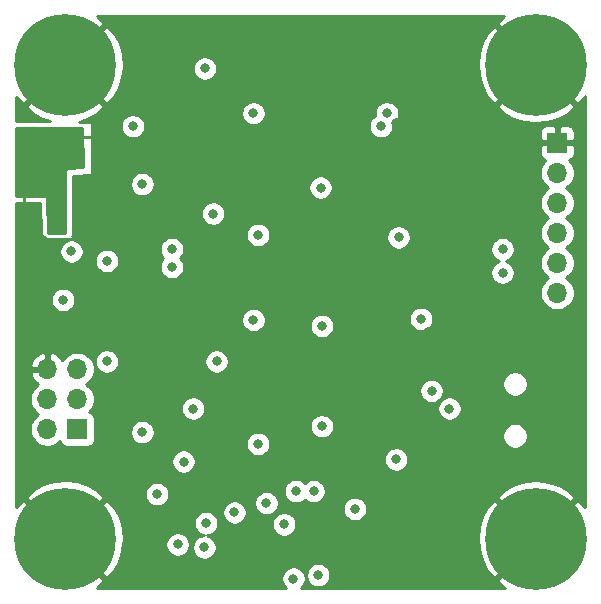
<source format=gbr>
%TF.GenerationSoftware,KiCad,Pcbnew,(5.1.6)-1*%
%TF.CreationDate,2020-07-28T23:07:53-07:00*%
%TF.ProjectId,Atmel,41746d65-6c2e-46b6-9963-61645f706362,rev?*%
%TF.SameCoordinates,Original*%
%TF.FileFunction,Copper,L2,Inr*%
%TF.FilePolarity,Positive*%
%FSLAX46Y46*%
G04 Gerber Fmt 4.6, Leading zero omitted, Abs format (unit mm)*
G04 Created by KiCad (PCBNEW (5.1.6)-1) date 2020-07-28 23:07:53*
%MOMM*%
%LPD*%
G01*
G04 APERTURE LIST*
%TA.AperFunction,ViaPad*%
%ADD10C,8.600000*%
%TD*%
%TA.AperFunction,ViaPad*%
%ADD11C,0.900000*%
%TD*%
%TA.AperFunction,ViaPad*%
%ADD12R,1.700000X1.700000*%
%TD*%
%TA.AperFunction,ViaPad*%
%ADD13O,1.700000X1.700000*%
%TD*%
%TA.AperFunction,ViaPad*%
%ADD14C,0.800000*%
%TD*%
%TA.AperFunction,Conductor*%
%ADD15C,0.250000*%
%TD*%
%TA.AperFunction,Conductor*%
%ADD16C,0.254000*%
%TD*%
G04 APERTURE END LIST*
D10*
%TO.N,GND*%
%TO.C,H4*%
X69850000Y-113030000D03*
D11*
X73075000Y-113030000D03*
X72130419Y-115310419D03*
X69850000Y-116255000D03*
X67569581Y-115310419D03*
X66625000Y-113030000D03*
X67569581Y-110749581D03*
X69850000Y-109805000D03*
X72130419Y-110749581D03*
%TD*%
%TO.N,GND*%
%TO.C,H1*%
X32252419Y-70617581D03*
X29972000Y-69673000D03*
X27691581Y-70617581D03*
X26747000Y-72898000D03*
X27691581Y-75178419D03*
X29972000Y-76123000D03*
X32252419Y-75178419D03*
X33197000Y-72898000D03*
D10*
X29972000Y-72898000D03*
%TD*%
%TO.N,GND*%
%TO.C,H2*%
X69850000Y-72898000D03*
D11*
X73075000Y-72898000D03*
X72130419Y-75178419D03*
X69850000Y-76123000D03*
X67569581Y-75178419D03*
X66625000Y-72898000D03*
X67569581Y-70617581D03*
X69850000Y-69673000D03*
X72130419Y-70617581D03*
%TD*%
%TO.N,GND*%
%TO.C,H3*%
X32246838Y-110744000D03*
X29966419Y-109799419D03*
X27686000Y-110744000D03*
X26741419Y-113024419D03*
X27686000Y-115304838D03*
X29966419Y-116249419D03*
X32246838Y-115304838D03*
X33191419Y-113024419D03*
D10*
X29966419Y-113024419D03*
%TD*%
D12*
%TO.N,MISO*%
%TO.C,J1*%
X31000000Y-103750000D03*
D13*
%TO.N,+5V*%
X28460000Y-103750000D03*
%TO.N,SCK*%
X31000000Y-101210000D03*
%TO.N,MOSI*%
X28460000Y-101210000D03*
%TO.N,Reset*%
X31000000Y-98670000D03*
%TO.N,GND*%
X28460000Y-98670000D03*
%TD*%
D12*
%TO.N,GND*%
%TO.C,J2*%
X71628000Y-79500000D03*
D13*
%TO.N,Net-(J2-Pad2)*%
X71628000Y-82040000D03*
%TO.N,+5V*%
X71628000Y-84580000D03*
%TO.N,TXD*%
X71628000Y-87120000D03*
%TO.N,RXD*%
X71628000Y-89660000D03*
%TO.N,Net-(J2-Pad6)*%
X71628000Y-92200000D03*
%TD*%
D14*
%TO.N,Net-(J3-Pad2)*%
X51000000Y-109000000D03*
%TO.N,Net-(C21-Pad1)*%
X47000000Y-110000000D03*
%TO.N,TXD*%
X39000000Y-88500000D03*
%TO.N,RXD*%
X39000000Y-90000000D03*
%TO.N,Reset*%
X33500000Y-98000000D03*
X33500000Y-89500000D03*
X36500000Y-83000000D03*
%TO.N,Net-(R3-Pad2)*%
X37750000Y-109250000D03*
%TO.N,Net-(R2-Pad2)*%
X39500000Y-113500000D03*
%TO.N,GND*%
X26500000Y-83750000D03*
X31000000Y-79000000D03*
%TO.N,+5V*%
X30500000Y-88700000D03*
X29800000Y-92800000D03*
%TO.N,GND*%
X28200000Y-96300000D03*
X34800000Y-83200000D03*
%TO.N,+5V*%
X41800000Y-73200000D03*
%TO.N,GND*%
X43100000Y-71400000D03*
X40200000Y-77100000D03*
X43200000Y-79700000D03*
X48800000Y-71800000D03*
%TO.N,+5V*%
X45900000Y-77000000D03*
%TO.N,GND*%
X54600000Y-71800000D03*
X60400000Y-72200000D03*
%TO.N,+5V*%
X57200000Y-77000000D03*
X56700000Y-78100000D03*
%TO.N,GND*%
X62200000Y-81400000D03*
X54900000Y-79500000D03*
X52100000Y-77600000D03*
X48800000Y-79500000D03*
X46700000Y-78200000D03*
X40500000Y-87000000D03*
X51200000Y-87000000D03*
%TO.N,+5V*%
X46300000Y-87300000D03*
X42497750Y-85502250D03*
X51600000Y-83300000D03*
%TO.N,GND*%
X56900000Y-87000000D03*
%TO.N,+5V*%
X45900000Y-94500000D03*
%TO.N,GND*%
X45100000Y-96700000D03*
X45400000Y-99800000D03*
%TO.N,+5V*%
X42800000Y-98000000D03*
%TO.N,GND*%
X55000000Y-89400000D03*
X63000000Y-86800000D03*
X60600000Y-89600000D03*
%TO.N,+5V*%
X40800000Y-102000000D03*
%TO.N,GND*%
X44900000Y-105700000D03*
X51000000Y-105700000D03*
X56800000Y-105500000D03*
X60600000Y-104000000D03*
%TO.N,+5V*%
X51700000Y-103500000D03*
X49300000Y-116400000D03*
%TO.N,GND*%
X43600000Y-113500000D03*
%TO.N,+5V*%
X51400000Y-116100000D03*
X58200000Y-87500000D03*
%TO.N,GND*%
X58000000Y-77800000D03*
X50700000Y-96600000D03*
X51500000Y-97400000D03*
%TO.N,+5V*%
X51700000Y-95000000D03*
%TO.N,GND*%
X54600000Y-98500000D03*
%TO.N,+5V*%
X60100000Y-94400000D03*
%TO.N,GND*%
X60700000Y-95500000D03*
X60800000Y-98900000D03*
X64300000Y-95900000D03*
X66100000Y-95900000D03*
X70000000Y-95900000D03*
X71800000Y-95900000D03*
X64600000Y-108400000D03*
X66300000Y-108300000D03*
X73300000Y-107100000D03*
X68800000Y-106800000D03*
%TO.N,+5V*%
X46300000Y-105000000D03*
X35700000Y-78100000D03*
%TO.N,GND*%
X57000000Y-107600000D03*
X40800000Y-110200000D03*
X46500000Y-112200000D03*
X42800000Y-89400000D03*
%TO.N,+5V*%
X58000000Y-106300000D03*
X44300000Y-110800000D03*
%TO.N,GND*%
X42900000Y-110900000D03*
%TO.N,Net-(R4-Pad2)*%
X41900000Y-111700000D03*
%TO.N,Net-(C21-Pad1)*%
X54500000Y-110500000D03*
%TO.N,TXD*%
X36500000Y-104000000D03*
X67000000Y-88500000D03*
%TO.N,RXD*%
X67000000Y-90500000D03*
%TO.N,Net-(J3-Pad2)*%
X62500000Y-102000000D03*
%TO.N,Net-(J3-Pad3)*%
X49500000Y-109000000D03*
X61000000Y-100500000D03*
%TO.N,Net-(R2-Pad2)*%
X40000000Y-106500000D03*
%TO.N,Net-(R3-Pad2)*%
X41750000Y-113750000D03*
%TO.N,Net-(R4-Pad2)*%
X48500000Y-111800000D03*
%TD*%
D15*
%TO.N,GND*%
X26500000Y-83750000D02*
X26500000Y-85000000D01*
X31000000Y-79000000D02*
X32000000Y-79000000D01*
X32000000Y-79000000D02*
X32250000Y-79000000D01*
%TD*%
D16*
%TO.N,GND*%
G36*
X67162400Y-68732001D02*
G01*
X67151560Y-68737606D01*
X67038946Y-68812851D01*
X66546787Y-69415182D01*
X69850000Y-72718395D01*
X69864143Y-72704253D01*
X70043748Y-72883858D01*
X70029605Y-72898000D01*
X73332818Y-76201213D01*
X73935149Y-75709054D01*
X74016482Y-75561765D01*
X74022237Y-110354464D01*
X74010394Y-110331560D01*
X73935149Y-110218946D01*
X73332818Y-109726787D01*
X70029605Y-113030000D01*
X70043748Y-113044143D01*
X69864143Y-113223748D01*
X69850000Y-113209605D01*
X66546787Y-116512818D01*
X67038946Y-117115149D01*
X67185361Y-117195999D01*
X49967711Y-117196000D01*
X50103937Y-117059774D01*
X50217205Y-116890256D01*
X50295226Y-116701898D01*
X50335000Y-116501939D01*
X50335000Y-116298061D01*
X50295226Y-116098102D01*
X50253788Y-115998061D01*
X50365000Y-115998061D01*
X50365000Y-116201939D01*
X50404774Y-116401898D01*
X50482795Y-116590256D01*
X50596063Y-116759774D01*
X50740226Y-116903937D01*
X50909744Y-117017205D01*
X51098102Y-117095226D01*
X51298061Y-117135000D01*
X51501939Y-117135000D01*
X51701898Y-117095226D01*
X51890256Y-117017205D01*
X52059774Y-116903937D01*
X52203937Y-116759774D01*
X52317205Y-116590256D01*
X52395226Y-116401898D01*
X52435000Y-116201939D01*
X52435000Y-115998061D01*
X52395226Y-115798102D01*
X52317205Y-115609744D01*
X52203937Y-115440226D01*
X52059774Y-115296063D01*
X51890256Y-115182795D01*
X51701898Y-115104774D01*
X51501939Y-115065000D01*
X51298061Y-115065000D01*
X51098102Y-115104774D01*
X50909744Y-115182795D01*
X50740226Y-115296063D01*
X50596063Y-115440226D01*
X50482795Y-115609744D01*
X50404774Y-115798102D01*
X50365000Y-115998061D01*
X50253788Y-115998061D01*
X50217205Y-115909744D01*
X50103937Y-115740226D01*
X49959774Y-115596063D01*
X49790256Y-115482795D01*
X49601898Y-115404774D01*
X49401939Y-115365000D01*
X49198061Y-115365000D01*
X48998102Y-115404774D01*
X48809744Y-115482795D01*
X48640226Y-115596063D01*
X48496063Y-115740226D01*
X48382795Y-115909744D01*
X48304774Y-116098102D01*
X48265000Y-116298061D01*
X48265000Y-116501939D01*
X48304774Y-116701898D01*
X48382795Y-116890256D01*
X48496063Y-117059774D01*
X48632289Y-117196000D01*
X32643222Y-117196001D01*
X32664859Y-117184813D01*
X32777473Y-117109568D01*
X33269632Y-116507237D01*
X29966419Y-113204024D01*
X29952277Y-113218167D01*
X29772672Y-113038562D01*
X29786814Y-113024419D01*
X30146024Y-113024419D01*
X33449237Y-116327632D01*
X34051568Y-115835473D01*
X34521482Y-114984486D01*
X34816348Y-114058176D01*
X34890478Y-113398061D01*
X38465000Y-113398061D01*
X38465000Y-113601939D01*
X38504774Y-113801898D01*
X38582795Y-113990256D01*
X38696063Y-114159774D01*
X38840226Y-114303937D01*
X39009744Y-114417205D01*
X39198102Y-114495226D01*
X39398061Y-114535000D01*
X39601939Y-114535000D01*
X39801898Y-114495226D01*
X39990256Y-114417205D01*
X40159774Y-114303937D01*
X40303937Y-114159774D01*
X40417205Y-113990256D01*
X40495226Y-113801898D01*
X40525825Y-113648061D01*
X40715000Y-113648061D01*
X40715000Y-113851939D01*
X40754774Y-114051898D01*
X40832795Y-114240256D01*
X40946063Y-114409774D01*
X41090226Y-114553937D01*
X41259744Y-114667205D01*
X41448102Y-114745226D01*
X41648061Y-114785000D01*
X41851939Y-114785000D01*
X42051898Y-114745226D01*
X42240256Y-114667205D01*
X42409774Y-114553937D01*
X42553937Y-114409774D01*
X42667205Y-114240256D01*
X42745226Y-114051898D01*
X42785000Y-113851939D01*
X42785000Y-113648061D01*
X42745226Y-113448102D01*
X42667205Y-113259744D01*
X42553937Y-113090226D01*
X42425992Y-112962281D01*
X64891586Y-112962281D01*
X64973649Y-113930921D01*
X65243107Y-114864938D01*
X65689606Y-115728440D01*
X65764851Y-115841054D01*
X66367182Y-116333213D01*
X69670395Y-113030000D01*
X66367182Y-109726787D01*
X65764851Y-110218946D01*
X65294937Y-111069933D01*
X65000071Y-111996243D01*
X64891586Y-112962281D01*
X42425992Y-112962281D01*
X42409774Y-112946063D01*
X42240256Y-112832795D01*
X42051898Y-112754774D01*
X41952487Y-112735000D01*
X42001939Y-112735000D01*
X42201898Y-112695226D01*
X42390256Y-112617205D01*
X42559774Y-112503937D01*
X42703937Y-112359774D01*
X42817205Y-112190256D01*
X42895226Y-112001898D01*
X42935000Y-111801939D01*
X42935000Y-111598061D01*
X42895226Y-111398102D01*
X42817205Y-111209744D01*
X42703937Y-111040226D01*
X42559774Y-110896063D01*
X42390256Y-110782795D01*
X42201898Y-110704774D01*
X42168150Y-110698061D01*
X43265000Y-110698061D01*
X43265000Y-110901939D01*
X43304774Y-111101898D01*
X43382795Y-111290256D01*
X43496063Y-111459774D01*
X43640226Y-111603937D01*
X43809744Y-111717205D01*
X43998102Y-111795226D01*
X44198061Y-111835000D01*
X44401939Y-111835000D01*
X44601898Y-111795226D01*
X44790256Y-111717205D01*
X44818907Y-111698061D01*
X47465000Y-111698061D01*
X47465000Y-111901939D01*
X47504774Y-112101898D01*
X47582795Y-112290256D01*
X47696063Y-112459774D01*
X47840226Y-112603937D01*
X48009744Y-112717205D01*
X48198102Y-112795226D01*
X48398061Y-112835000D01*
X48601939Y-112835000D01*
X48801898Y-112795226D01*
X48990256Y-112717205D01*
X49159774Y-112603937D01*
X49303937Y-112459774D01*
X49417205Y-112290256D01*
X49495226Y-112101898D01*
X49535000Y-111901939D01*
X49535000Y-111698061D01*
X49495226Y-111498102D01*
X49417205Y-111309744D01*
X49303937Y-111140226D01*
X49159774Y-110996063D01*
X48990256Y-110882795D01*
X48801898Y-110804774D01*
X48601939Y-110765000D01*
X48398061Y-110765000D01*
X48198102Y-110804774D01*
X48009744Y-110882795D01*
X47840226Y-110996063D01*
X47696063Y-111140226D01*
X47582795Y-111309744D01*
X47504774Y-111498102D01*
X47465000Y-111698061D01*
X44818907Y-111698061D01*
X44959774Y-111603937D01*
X45103937Y-111459774D01*
X45217205Y-111290256D01*
X45295226Y-111101898D01*
X45335000Y-110901939D01*
X45335000Y-110698061D01*
X45295226Y-110498102D01*
X45217205Y-110309744D01*
X45103937Y-110140226D01*
X44959774Y-109996063D01*
X44813104Y-109898061D01*
X45965000Y-109898061D01*
X45965000Y-110101939D01*
X46004774Y-110301898D01*
X46082795Y-110490256D01*
X46196063Y-110659774D01*
X46340226Y-110803937D01*
X46509744Y-110917205D01*
X46698102Y-110995226D01*
X46898061Y-111035000D01*
X47101939Y-111035000D01*
X47301898Y-110995226D01*
X47490256Y-110917205D01*
X47659774Y-110803937D01*
X47803937Y-110659774D01*
X47917205Y-110490256D01*
X47955393Y-110398061D01*
X53465000Y-110398061D01*
X53465000Y-110601939D01*
X53504774Y-110801898D01*
X53582795Y-110990256D01*
X53696063Y-111159774D01*
X53840226Y-111303937D01*
X54009744Y-111417205D01*
X54198102Y-111495226D01*
X54398061Y-111535000D01*
X54601939Y-111535000D01*
X54801898Y-111495226D01*
X54990256Y-111417205D01*
X55159774Y-111303937D01*
X55303937Y-111159774D01*
X55417205Y-110990256D01*
X55495226Y-110801898D01*
X55535000Y-110601939D01*
X55535000Y-110398061D01*
X55495226Y-110198102D01*
X55417205Y-110009744D01*
X55303937Y-109840226D01*
X55159774Y-109696063D01*
X54990256Y-109582795D01*
X54904280Y-109547182D01*
X66546787Y-109547182D01*
X69850000Y-112850395D01*
X73153213Y-109547182D01*
X72661054Y-108944851D01*
X71810067Y-108474937D01*
X70883757Y-108180071D01*
X69917719Y-108071586D01*
X68949079Y-108153649D01*
X68015062Y-108423107D01*
X67151560Y-108869606D01*
X67038946Y-108944851D01*
X66546787Y-109547182D01*
X54904280Y-109547182D01*
X54801898Y-109504774D01*
X54601939Y-109465000D01*
X54398061Y-109465000D01*
X54198102Y-109504774D01*
X54009744Y-109582795D01*
X53840226Y-109696063D01*
X53696063Y-109840226D01*
X53582795Y-110009744D01*
X53504774Y-110198102D01*
X53465000Y-110398061D01*
X47955393Y-110398061D01*
X47995226Y-110301898D01*
X48035000Y-110101939D01*
X48035000Y-109898061D01*
X47995226Y-109698102D01*
X47917205Y-109509744D01*
X47803937Y-109340226D01*
X47659774Y-109196063D01*
X47490256Y-109082795D01*
X47301898Y-109004774D01*
X47101939Y-108965000D01*
X46898061Y-108965000D01*
X46698102Y-109004774D01*
X46509744Y-109082795D01*
X46340226Y-109196063D01*
X46196063Y-109340226D01*
X46082795Y-109509744D01*
X46004774Y-109698102D01*
X45965000Y-109898061D01*
X44813104Y-109898061D01*
X44790256Y-109882795D01*
X44601898Y-109804774D01*
X44401939Y-109765000D01*
X44198061Y-109765000D01*
X43998102Y-109804774D01*
X43809744Y-109882795D01*
X43640226Y-109996063D01*
X43496063Y-110140226D01*
X43382795Y-110309744D01*
X43304774Y-110498102D01*
X43265000Y-110698061D01*
X42168150Y-110698061D01*
X42001939Y-110665000D01*
X41798061Y-110665000D01*
X41598102Y-110704774D01*
X41409744Y-110782795D01*
X41240226Y-110896063D01*
X41096063Y-111040226D01*
X40982795Y-111209744D01*
X40904774Y-111398102D01*
X40865000Y-111598061D01*
X40865000Y-111801939D01*
X40904774Y-112001898D01*
X40982795Y-112190256D01*
X41096063Y-112359774D01*
X41240226Y-112503937D01*
X41409744Y-112617205D01*
X41598102Y-112695226D01*
X41697513Y-112715000D01*
X41648061Y-112715000D01*
X41448102Y-112754774D01*
X41259744Y-112832795D01*
X41090226Y-112946063D01*
X40946063Y-113090226D01*
X40832795Y-113259744D01*
X40754774Y-113448102D01*
X40715000Y-113648061D01*
X40525825Y-113648061D01*
X40535000Y-113601939D01*
X40535000Y-113398061D01*
X40495226Y-113198102D01*
X40417205Y-113009744D01*
X40303937Y-112840226D01*
X40159774Y-112696063D01*
X39990256Y-112582795D01*
X39801898Y-112504774D01*
X39601939Y-112465000D01*
X39398061Y-112465000D01*
X39198102Y-112504774D01*
X39009744Y-112582795D01*
X38840226Y-112696063D01*
X38696063Y-112840226D01*
X38582795Y-113009744D01*
X38504774Y-113198102D01*
X38465000Y-113398061D01*
X34890478Y-113398061D01*
X34924833Y-113092138D01*
X34842770Y-112123498D01*
X34573312Y-111189481D01*
X34126813Y-110325979D01*
X34051568Y-110213365D01*
X33449237Y-109721206D01*
X30146024Y-113024419D01*
X29786814Y-113024419D01*
X26483601Y-109721206D01*
X25881270Y-110213365D01*
X25806000Y-110349675D01*
X25806000Y-109541601D01*
X26663206Y-109541601D01*
X29966419Y-112844814D01*
X33269632Y-109541601D01*
X32948075Y-109148061D01*
X36715000Y-109148061D01*
X36715000Y-109351939D01*
X36754774Y-109551898D01*
X36832795Y-109740256D01*
X36946063Y-109909774D01*
X37090226Y-110053937D01*
X37259744Y-110167205D01*
X37448102Y-110245226D01*
X37648061Y-110285000D01*
X37851939Y-110285000D01*
X38051898Y-110245226D01*
X38240256Y-110167205D01*
X38409774Y-110053937D01*
X38553937Y-109909774D01*
X38667205Y-109740256D01*
X38745226Y-109551898D01*
X38785000Y-109351939D01*
X38785000Y-109148061D01*
X38745226Y-108948102D01*
X38724499Y-108898061D01*
X48465000Y-108898061D01*
X48465000Y-109101939D01*
X48504774Y-109301898D01*
X48582795Y-109490256D01*
X48696063Y-109659774D01*
X48840226Y-109803937D01*
X49009744Y-109917205D01*
X49198102Y-109995226D01*
X49398061Y-110035000D01*
X49601939Y-110035000D01*
X49801898Y-109995226D01*
X49990256Y-109917205D01*
X50159774Y-109803937D01*
X50250000Y-109713711D01*
X50340226Y-109803937D01*
X50509744Y-109917205D01*
X50698102Y-109995226D01*
X50898061Y-110035000D01*
X51101939Y-110035000D01*
X51301898Y-109995226D01*
X51490256Y-109917205D01*
X51659774Y-109803937D01*
X51803937Y-109659774D01*
X51917205Y-109490256D01*
X51995226Y-109301898D01*
X52035000Y-109101939D01*
X52035000Y-108898061D01*
X51995226Y-108698102D01*
X51917205Y-108509744D01*
X51803937Y-108340226D01*
X51659774Y-108196063D01*
X51490256Y-108082795D01*
X51301898Y-108004774D01*
X51101939Y-107965000D01*
X50898061Y-107965000D01*
X50698102Y-108004774D01*
X50509744Y-108082795D01*
X50340226Y-108196063D01*
X50250000Y-108286289D01*
X50159774Y-108196063D01*
X49990256Y-108082795D01*
X49801898Y-108004774D01*
X49601939Y-107965000D01*
X49398061Y-107965000D01*
X49198102Y-108004774D01*
X49009744Y-108082795D01*
X48840226Y-108196063D01*
X48696063Y-108340226D01*
X48582795Y-108509744D01*
X48504774Y-108698102D01*
X48465000Y-108898061D01*
X38724499Y-108898061D01*
X38667205Y-108759744D01*
X38553937Y-108590226D01*
X38409774Y-108446063D01*
X38240256Y-108332795D01*
X38051898Y-108254774D01*
X37851939Y-108215000D01*
X37648061Y-108215000D01*
X37448102Y-108254774D01*
X37259744Y-108332795D01*
X37090226Y-108446063D01*
X36946063Y-108590226D01*
X36832795Y-108759744D01*
X36754774Y-108948102D01*
X36715000Y-109148061D01*
X32948075Y-109148061D01*
X32777473Y-108939270D01*
X31926486Y-108469356D01*
X31000176Y-108174490D01*
X30034138Y-108066005D01*
X29065498Y-108148068D01*
X28131481Y-108417526D01*
X27267979Y-108864025D01*
X27155365Y-108939270D01*
X26663206Y-109541601D01*
X25806000Y-109541601D01*
X25806000Y-106398061D01*
X38965000Y-106398061D01*
X38965000Y-106601939D01*
X39004774Y-106801898D01*
X39082795Y-106990256D01*
X39196063Y-107159774D01*
X39340226Y-107303937D01*
X39509744Y-107417205D01*
X39698102Y-107495226D01*
X39898061Y-107535000D01*
X40101939Y-107535000D01*
X40301898Y-107495226D01*
X40490256Y-107417205D01*
X40659774Y-107303937D01*
X40803937Y-107159774D01*
X40917205Y-106990256D01*
X40995226Y-106801898D01*
X41035000Y-106601939D01*
X41035000Y-106398061D01*
X40995226Y-106198102D01*
X40995210Y-106198061D01*
X56965000Y-106198061D01*
X56965000Y-106401939D01*
X57004774Y-106601898D01*
X57082795Y-106790256D01*
X57196063Y-106959774D01*
X57340226Y-107103937D01*
X57509744Y-107217205D01*
X57698102Y-107295226D01*
X57898061Y-107335000D01*
X58101939Y-107335000D01*
X58301898Y-107295226D01*
X58490256Y-107217205D01*
X58659774Y-107103937D01*
X58803937Y-106959774D01*
X58917205Y-106790256D01*
X58995226Y-106601898D01*
X59035000Y-106401939D01*
X59035000Y-106198061D01*
X58995226Y-105998102D01*
X58917205Y-105809744D01*
X58803937Y-105640226D01*
X58659774Y-105496063D01*
X58490256Y-105382795D01*
X58301898Y-105304774D01*
X58101939Y-105265000D01*
X57898061Y-105265000D01*
X57698102Y-105304774D01*
X57509744Y-105382795D01*
X57340226Y-105496063D01*
X57196063Y-105640226D01*
X57082795Y-105809744D01*
X57004774Y-105998102D01*
X56965000Y-106198061D01*
X40995210Y-106198061D01*
X40917205Y-106009744D01*
X40803937Y-105840226D01*
X40659774Y-105696063D01*
X40490256Y-105582795D01*
X40301898Y-105504774D01*
X40101939Y-105465000D01*
X39898061Y-105465000D01*
X39698102Y-105504774D01*
X39509744Y-105582795D01*
X39340226Y-105696063D01*
X39196063Y-105840226D01*
X39082795Y-106009744D01*
X39004774Y-106198102D01*
X38965000Y-106398061D01*
X25806000Y-106398061D01*
X25806000Y-101063740D01*
X26975000Y-101063740D01*
X26975000Y-101356260D01*
X27032068Y-101643158D01*
X27144010Y-101913411D01*
X27306525Y-102156632D01*
X27513368Y-102363475D01*
X27687760Y-102480000D01*
X27513368Y-102596525D01*
X27306525Y-102803368D01*
X27144010Y-103046589D01*
X27032068Y-103316842D01*
X26975000Y-103603740D01*
X26975000Y-103896260D01*
X27032068Y-104183158D01*
X27144010Y-104453411D01*
X27306525Y-104696632D01*
X27513368Y-104903475D01*
X27756589Y-105065990D01*
X28026842Y-105177932D01*
X28313740Y-105235000D01*
X28606260Y-105235000D01*
X28893158Y-105177932D01*
X29163411Y-105065990D01*
X29406632Y-104903475D01*
X29538487Y-104771620D01*
X29560498Y-104844180D01*
X29619463Y-104954494D01*
X29698815Y-105051185D01*
X29795506Y-105130537D01*
X29905820Y-105189502D01*
X30025518Y-105225812D01*
X30150000Y-105238072D01*
X31850000Y-105238072D01*
X31974482Y-105225812D01*
X32094180Y-105189502D01*
X32204494Y-105130537D01*
X32301185Y-105051185D01*
X32380537Y-104954494D01*
X32439502Y-104844180D01*
X32475812Y-104724482D01*
X32488072Y-104600000D01*
X32488072Y-103898061D01*
X35465000Y-103898061D01*
X35465000Y-104101939D01*
X35504774Y-104301898D01*
X35582795Y-104490256D01*
X35696063Y-104659774D01*
X35840226Y-104803937D01*
X36009744Y-104917205D01*
X36198102Y-104995226D01*
X36398061Y-105035000D01*
X36601939Y-105035000D01*
X36801898Y-104995226D01*
X36990256Y-104917205D01*
X37018907Y-104898061D01*
X45265000Y-104898061D01*
X45265000Y-105101939D01*
X45304774Y-105301898D01*
X45382795Y-105490256D01*
X45496063Y-105659774D01*
X45640226Y-105803937D01*
X45809744Y-105917205D01*
X45998102Y-105995226D01*
X46198061Y-106035000D01*
X46401939Y-106035000D01*
X46601898Y-105995226D01*
X46790256Y-105917205D01*
X46959774Y-105803937D01*
X47103937Y-105659774D01*
X47217205Y-105490256D01*
X47295226Y-105301898D01*
X47335000Y-105101939D01*
X47335000Y-104898061D01*
X47295226Y-104698102D01*
X47217205Y-104509744D01*
X47103937Y-104340226D01*
X46959774Y-104196063D01*
X46790256Y-104082795D01*
X46601898Y-104004774D01*
X46401939Y-103965000D01*
X46198061Y-103965000D01*
X45998102Y-104004774D01*
X45809744Y-104082795D01*
X45640226Y-104196063D01*
X45496063Y-104340226D01*
X45382795Y-104509744D01*
X45304774Y-104698102D01*
X45265000Y-104898061D01*
X37018907Y-104898061D01*
X37159774Y-104803937D01*
X37303937Y-104659774D01*
X37417205Y-104490256D01*
X37495226Y-104301898D01*
X37535000Y-104101939D01*
X37535000Y-103898061D01*
X37495226Y-103698102D01*
X37417205Y-103509744D01*
X37342582Y-103398061D01*
X50665000Y-103398061D01*
X50665000Y-103601939D01*
X50704774Y-103801898D01*
X50782795Y-103990256D01*
X50896063Y-104159774D01*
X51040226Y-104303937D01*
X51209744Y-104417205D01*
X51398102Y-104495226D01*
X51598061Y-104535000D01*
X51801939Y-104535000D01*
X52001898Y-104495226D01*
X52190256Y-104417205D01*
X52359774Y-104303937D01*
X52462574Y-104201137D01*
X66987000Y-104201137D01*
X66987000Y-104414863D01*
X67028696Y-104624483D01*
X67110485Y-104821940D01*
X67229225Y-104999647D01*
X67380353Y-105150775D01*
X67558060Y-105269515D01*
X67755517Y-105351304D01*
X67965137Y-105393000D01*
X68178863Y-105393000D01*
X68388483Y-105351304D01*
X68585940Y-105269515D01*
X68763647Y-105150775D01*
X68914775Y-104999647D01*
X69033515Y-104821940D01*
X69115304Y-104624483D01*
X69157000Y-104414863D01*
X69157000Y-104201137D01*
X69115304Y-103991517D01*
X69033515Y-103794060D01*
X68914775Y-103616353D01*
X68763647Y-103465225D01*
X68585940Y-103346485D01*
X68388483Y-103264696D01*
X68178863Y-103223000D01*
X67965137Y-103223000D01*
X67755517Y-103264696D01*
X67558060Y-103346485D01*
X67380353Y-103465225D01*
X67229225Y-103616353D01*
X67110485Y-103794060D01*
X67028696Y-103991517D01*
X66987000Y-104201137D01*
X52462574Y-104201137D01*
X52503937Y-104159774D01*
X52617205Y-103990256D01*
X52695226Y-103801898D01*
X52735000Y-103601939D01*
X52735000Y-103398061D01*
X52695226Y-103198102D01*
X52617205Y-103009744D01*
X52503937Y-102840226D01*
X52359774Y-102696063D01*
X52190256Y-102582795D01*
X52001898Y-102504774D01*
X51801939Y-102465000D01*
X51598061Y-102465000D01*
X51398102Y-102504774D01*
X51209744Y-102582795D01*
X51040226Y-102696063D01*
X50896063Y-102840226D01*
X50782795Y-103009744D01*
X50704774Y-103198102D01*
X50665000Y-103398061D01*
X37342582Y-103398061D01*
X37303937Y-103340226D01*
X37159774Y-103196063D01*
X36990256Y-103082795D01*
X36801898Y-103004774D01*
X36601939Y-102965000D01*
X36398061Y-102965000D01*
X36198102Y-103004774D01*
X36009744Y-103082795D01*
X35840226Y-103196063D01*
X35696063Y-103340226D01*
X35582795Y-103509744D01*
X35504774Y-103698102D01*
X35465000Y-103898061D01*
X32488072Y-103898061D01*
X32488072Y-102900000D01*
X32475812Y-102775518D01*
X32439502Y-102655820D01*
X32380537Y-102545506D01*
X32301185Y-102448815D01*
X32204494Y-102369463D01*
X32094180Y-102310498D01*
X32021620Y-102288487D01*
X32153475Y-102156632D01*
X32315990Y-101913411D01*
X32322348Y-101898061D01*
X39765000Y-101898061D01*
X39765000Y-102101939D01*
X39804774Y-102301898D01*
X39882795Y-102490256D01*
X39996063Y-102659774D01*
X40140226Y-102803937D01*
X40309744Y-102917205D01*
X40498102Y-102995226D01*
X40698061Y-103035000D01*
X40901939Y-103035000D01*
X41101898Y-102995226D01*
X41290256Y-102917205D01*
X41459774Y-102803937D01*
X41603937Y-102659774D01*
X41717205Y-102490256D01*
X41795226Y-102301898D01*
X41835000Y-102101939D01*
X41835000Y-101898061D01*
X61465000Y-101898061D01*
X61465000Y-102101939D01*
X61504774Y-102301898D01*
X61582795Y-102490256D01*
X61696063Y-102659774D01*
X61840226Y-102803937D01*
X62009744Y-102917205D01*
X62198102Y-102995226D01*
X62398061Y-103035000D01*
X62601939Y-103035000D01*
X62801898Y-102995226D01*
X62990256Y-102917205D01*
X63159774Y-102803937D01*
X63303937Y-102659774D01*
X63417205Y-102490256D01*
X63495226Y-102301898D01*
X63535000Y-102101939D01*
X63535000Y-101898061D01*
X63495226Y-101698102D01*
X63417205Y-101509744D01*
X63303937Y-101340226D01*
X63159774Y-101196063D01*
X62990256Y-101082795D01*
X62801898Y-101004774D01*
X62601939Y-100965000D01*
X62398061Y-100965000D01*
X62198102Y-101004774D01*
X62009744Y-101082795D01*
X61840226Y-101196063D01*
X61696063Y-101340226D01*
X61582795Y-101509744D01*
X61504774Y-101698102D01*
X61465000Y-101898061D01*
X41835000Y-101898061D01*
X41795226Y-101698102D01*
X41717205Y-101509744D01*
X41603937Y-101340226D01*
X41459774Y-101196063D01*
X41290256Y-101082795D01*
X41101898Y-101004774D01*
X40901939Y-100965000D01*
X40698061Y-100965000D01*
X40498102Y-101004774D01*
X40309744Y-101082795D01*
X40140226Y-101196063D01*
X39996063Y-101340226D01*
X39882795Y-101509744D01*
X39804774Y-101698102D01*
X39765000Y-101898061D01*
X32322348Y-101898061D01*
X32427932Y-101643158D01*
X32485000Y-101356260D01*
X32485000Y-101063740D01*
X32427932Y-100776842D01*
X32315990Y-100506589D01*
X32243474Y-100398061D01*
X59965000Y-100398061D01*
X59965000Y-100601939D01*
X60004774Y-100801898D01*
X60082795Y-100990256D01*
X60196063Y-101159774D01*
X60340226Y-101303937D01*
X60509744Y-101417205D01*
X60698102Y-101495226D01*
X60898061Y-101535000D01*
X61101939Y-101535000D01*
X61301898Y-101495226D01*
X61490256Y-101417205D01*
X61659774Y-101303937D01*
X61803937Y-101159774D01*
X61917205Y-100990256D01*
X61995226Y-100801898D01*
X62035000Y-100601939D01*
X62035000Y-100398061D01*
X61995226Y-100198102D01*
X61917205Y-100009744D01*
X61803937Y-99840226D01*
X61764848Y-99801137D01*
X66987000Y-99801137D01*
X66987000Y-100014863D01*
X67028696Y-100224483D01*
X67110485Y-100421940D01*
X67229225Y-100599647D01*
X67380353Y-100750775D01*
X67558060Y-100869515D01*
X67755517Y-100951304D01*
X67965137Y-100993000D01*
X68178863Y-100993000D01*
X68388483Y-100951304D01*
X68585940Y-100869515D01*
X68763647Y-100750775D01*
X68914775Y-100599647D01*
X69033515Y-100421940D01*
X69115304Y-100224483D01*
X69157000Y-100014863D01*
X69157000Y-99801137D01*
X69115304Y-99591517D01*
X69033515Y-99394060D01*
X68914775Y-99216353D01*
X68763647Y-99065225D01*
X68585940Y-98946485D01*
X68388483Y-98864696D01*
X68178863Y-98823000D01*
X67965137Y-98823000D01*
X67755517Y-98864696D01*
X67558060Y-98946485D01*
X67380353Y-99065225D01*
X67229225Y-99216353D01*
X67110485Y-99394060D01*
X67028696Y-99591517D01*
X66987000Y-99801137D01*
X61764848Y-99801137D01*
X61659774Y-99696063D01*
X61490256Y-99582795D01*
X61301898Y-99504774D01*
X61101939Y-99465000D01*
X60898061Y-99465000D01*
X60698102Y-99504774D01*
X60509744Y-99582795D01*
X60340226Y-99696063D01*
X60196063Y-99840226D01*
X60082795Y-100009744D01*
X60004774Y-100198102D01*
X59965000Y-100398061D01*
X32243474Y-100398061D01*
X32153475Y-100263368D01*
X31946632Y-100056525D01*
X31772240Y-99940000D01*
X31946632Y-99823475D01*
X32153475Y-99616632D01*
X32315990Y-99373411D01*
X32427932Y-99103158D01*
X32485000Y-98816260D01*
X32485000Y-98523740D01*
X32427932Y-98236842D01*
X32315990Y-97966589D01*
X32270202Y-97898061D01*
X32465000Y-97898061D01*
X32465000Y-98101939D01*
X32504774Y-98301898D01*
X32582795Y-98490256D01*
X32696063Y-98659774D01*
X32840226Y-98803937D01*
X33009744Y-98917205D01*
X33198102Y-98995226D01*
X33398061Y-99035000D01*
X33601939Y-99035000D01*
X33801898Y-98995226D01*
X33990256Y-98917205D01*
X34159774Y-98803937D01*
X34303937Y-98659774D01*
X34417205Y-98490256D01*
X34495226Y-98301898D01*
X34535000Y-98101939D01*
X34535000Y-97898061D01*
X41765000Y-97898061D01*
X41765000Y-98101939D01*
X41804774Y-98301898D01*
X41882795Y-98490256D01*
X41996063Y-98659774D01*
X42140226Y-98803937D01*
X42309744Y-98917205D01*
X42498102Y-98995226D01*
X42698061Y-99035000D01*
X42901939Y-99035000D01*
X43101898Y-98995226D01*
X43290256Y-98917205D01*
X43459774Y-98803937D01*
X43603937Y-98659774D01*
X43717205Y-98490256D01*
X43795226Y-98301898D01*
X43835000Y-98101939D01*
X43835000Y-97898061D01*
X43795226Y-97698102D01*
X43717205Y-97509744D01*
X43603937Y-97340226D01*
X43459774Y-97196063D01*
X43290256Y-97082795D01*
X43101898Y-97004774D01*
X42901939Y-96965000D01*
X42698061Y-96965000D01*
X42498102Y-97004774D01*
X42309744Y-97082795D01*
X42140226Y-97196063D01*
X41996063Y-97340226D01*
X41882795Y-97509744D01*
X41804774Y-97698102D01*
X41765000Y-97898061D01*
X34535000Y-97898061D01*
X34495226Y-97698102D01*
X34417205Y-97509744D01*
X34303937Y-97340226D01*
X34159774Y-97196063D01*
X33990256Y-97082795D01*
X33801898Y-97004774D01*
X33601939Y-96965000D01*
X33398061Y-96965000D01*
X33198102Y-97004774D01*
X33009744Y-97082795D01*
X32840226Y-97196063D01*
X32696063Y-97340226D01*
X32582795Y-97509744D01*
X32504774Y-97698102D01*
X32465000Y-97898061D01*
X32270202Y-97898061D01*
X32153475Y-97723368D01*
X31946632Y-97516525D01*
X31703411Y-97354010D01*
X31433158Y-97242068D01*
X31146260Y-97185000D01*
X30853740Y-97185000D01*
X30566842Y-97242068D01*
X30296589Y-97354010D01*
X30053368Y-97516525D01*
X29846525Y-97723368D01*
X29728900Y-97899406D01*
X29557588Y-97669731D01*
X29341355Y-97474822D01*
X29091252Y-97325843D01*
X28816891Y-97228519D01*
X28587000Y-97349186D01*
X28587000Y-98543000D01*
X28607000Y-98543000D01*
X28607000Y-98797000D01*
X28587000Y-98797000D01*
X28587000Y-98817000D01*
X28333000Y-98817000D01*
X28333000Y-98797000D01*
X27139845Y-98797000D01*
X27018524Y-99026890D01*
X27063175Y-99174099D01*
X27188359Y-99436920D01*
X27362412Y-99670269D01*
X27578645Y-99865178D01*
X27695534Y-99934805D01*
X27513368Y-100056525D01*
X27306525Y-100263368D01*
X27144010Y-100506589D01*
X27032068Y-100776842D01*
X26975000Y-101063740D01*
X25806000Y-101063740D01*
X25806000Y-98313110D01*
X27018524Y-98313110D01*
X27139845Y-98543000D01*
X28333000Y-98543000D01*
X28333000Y-97349186D01*
X28103109Y-97228519D01*
X27828748Y-97325843D01*
X27578645Y-97474822D01*
X27362412Y-97669731D01*
X27188359Y-97903080D01*
X27063175Y-98165901D01*
X27018524Y-98313110D01*
X25806000Y-98313110D01*
X25806000Y-94398061D01*
X44865000Y-94398061D01*
X44865000Y-94601939D01*
X44904774Y-94801898D01*
X44982795Y-94990256D01*
X45096063Y-95159774D01*
X45240226Y-95303937D01*
X45409744Y-95417205D01*
X45598102Y-95495226D01*
X45798061Y-95535000D01*
X46001939Y-95535000D01*
X46201898Y-95495226D01*
X46390256Y-95417205D01*
X46559774Y-95303937D01*
X46703937Y-95159774D01*
X46817205Y-94990256D01*
X46855393Y-94898061D01*
X50665000Y-94898061D01*
X50665000Y-95101939D01*
X50704774Y-95301898D01*
X50782795Y-95490256D01*
X50896063Y-95659774D01*
X51040226Y-95803937D01*
X51209744Y-95917205D01*
X51398102Y-95995226D01*
X51598061Y-96035000D01*
X51801939Y-96035000D01*
X52001898Y-95995226D01*
X52190256Y-95917205D01*
X52359774Y-95803937D01*
X52503937Y-95659774D01*
X52617205Y-95490256D01*
X52695226Y-95301898D01*
X52735000Y-95101939D01*
X52735000Y-94898061D01*
X52695226Y-94698102D01*
X52617205Y-94509744D01*
X52503937Y-94340226D01*
X52461772Y-94298061D01*
X59065000Y-94298061D01*
X59065000Y-94501939D01*
X59104774Y-94701898D01*
X59182795Y-94890256D01*
X59296063Y-95059774D01*
X59440226Y-95203937D01*
X59609744Y-95317205D01*
X59798102Y-95395226D01*
X59998061Y-95435000D01*
X60201939Y-95435000D01*
X60401898Y-95395226D01*
X60590256Y-95317205D01*
X60759774Y-95203937D01*
X60903937Y-95059774D01*
X61017205Y-94890256D01*
X61095226Y-94701898D01*
X61135000Y-94501939D01*
X61135000Y-94298061D01*
X61095226Y-94098102D01*
X61017205Y-93909744D01*
X60903937Y-93740226D01*
X60759774Y-93596063D01*
X60590256Y-93482795D01*
X60401898Y-93404774D01*
X60201939Y-93365000D01*
X59998061Y-93365000D01*
X59798102Y-93404774D01*
X59609744Y-93482795D01*
X59440226Y-93596063D01*
X59296063Y-93740226D01*
X59182795Y-93909744D01*
X59104774Y-94098102D01*
X59065000Y-94298061D01*
X52461772Y-94298061D01*
X52359774Y-94196063D01*
X52190256Y-94082795D01*
X52001898Y-94004774D01*
X51801939Y-93965000D01*
X51598061Y-93965000D01*
X51398102Y-94004774D01*
X51209744Y-94082795D01*
X51040226Y-94196063D01*
X50896063Y-94340226D01*
X50782795Y-94509744D01*
X50704774Y-94698102D01*
X50665000Y-94898061D01*
X46855393Y-94898061D01*
X46895226Y-94801898D01*
X46935000Y-94601939D01*
X46935000Y-94398061D01*
X46895226Y-94198102D01*
X46817205Y-94009744D01*
X46703937Y-93840226D01*
X46559774Y-93696063D01*
X46390256Y-93582795D01*
X46201898Y-93504774D01*
X46001939Y-93465000D01*
X45798061Y-93465000D01*
X45598102Y-93504774D01*
X45409744Y-93582795D01*
X45240226Y-93696063D01*
X45096063Y-93840226D01*
X44982795Y-94009744D01*
X44904774Y-94198102D01*
X44865000Y-94398061D01*
X25806000Y-94398061D01*
X25806000Y-92698061D01*
X28765000Y-92698061D01*
X28765000Y-92901939D01*
X28804774Y-93101898D01*
X28882795Y-93290256D01*
X28996063Y-93459774D01*
X29140226Y-93603937D01*
X29309744Y-93717205D01*
X29498102Y-93795226D01*
X29698061Y-93835000D01*
X29901939Y-93835000D01*
X30101898Y-93795226D01*
X30290256Y-93717205D01*
X30459774Y-93603937D01*
X30603937Y-93459774D01*
X30717205Y-93290256D01*
X30795226Y-93101898D01*
X30835000Y-92901939D01*
X30835000Y-92698061D01*
X30795226Y-92498102D01*
X30717205Y-92309744D01*
X30603937Y-92140226D01*
X30459774Y-91996063D01*
X30290256Y-91882795D01*
X30101898Y-91804774D01*
X29901939Y-91765000D01*
X29698061Y-91765000D01*
X29498102Y-91804774D01*
X29309744Y-91882795D01*
X29140226Y-91996063D01*
X28996063Y-92140226D01*
X28882795Y-92309744D01*
X28804774Y-92498102D01*
X28765000Y-92698061D01*
X25806000Y-92698061D01*
X25806000Y-88598061D01*
X29465000Y-88598061D01*
X29465000Y-88801939D01*
X29504774Y-89001898D01*
X29582795Y-89190256D01*
X29696063Y-89359774D01*
X29840226Y-89503937D01*
X30009744Y-89617205D01*
X30198102Y-89695226D01*
X30398061Y-89735000D01*
X30601939Y-89735000D01*
X30801898Y-89695226D01*
X30990256Y-89617205D01*
X31159774Y-89503937D01*
X31265650Y-89398061D01*
X32465000Y-89398061D01*
X32465000Y-89601939D01*
X32504774Y-89801898D01*
X32582795Y-89990256D01*
X32696063Y-90159774D01*
X32840226Y-90303937D01*
X33009744Y-90417205D01*
X33198102Y-90495226D01*
X33398061Y-90535000D01*
X33601939Y-90535000D01*
X33801898Y-90495226D01*
X33990256Y-90417205D01*
X34159774Y-90303937D01*
X34303937Y-90159774D01*
X34417205Y-89990256D01*
X34495226Y-89801898D01*
X34535000Y-89601939D01*
X34535000Y-89398061D01*
X34495226Y-89198102D01*
X34417205Y-89009744D01*
X34303937Y-88840226D01*
X34159774Y-88696063D01*
X33990256Y-88582795D01*
X33801898Y-88504774D01*
X33601939Y-88465000D01*
X33398061Y-88465000D01*
X33198102Y-88504774D01*
X33009744Y-88582795D01*
X32840226Y-88696063D01*
X32696063Y-88840226D01*
X32582795Y-89009744D01*
X32504774Y-89198102D01*
X32465000Y-89398061D01*
X31265650Y-89398061D01*
X31303937Y-89359774D01*
X31417205Y-89190256D01*
X31495226Y-89001898D01*
X31535000Y-88801939D01*
X31535000Y-88598061D01*
X31495226Y-88398102D01*
X31495210Y-88398061D01*
X37965000Y-88398061D01*
X37965000Y-88601939D01*
X38004774Y-88801898D01*
X38082795Y-88990256D01*
X38196063Y-89159774D01*
X38286289Y-89250000D01*
X38196063Y-89340226D01*
X38082795Y-89509744D01*
X38004774Y-89698102D01*
X37965000Y-89898061D01*
X37965000Y-90101939D01*
X38004774Y-90301898D01*
X38082795Y-90490256D01*
X38196063Y-90659774D01*
X38340226Y-90803937D01*
X38509744Y-90917205D01*
X38698102Y-90995226D01*
X38898061Y-91035000D01*
X39101939Y-91035000D01*
X39301898Y-90995226D01*
X39490256Y-90917205D01*
X39659774Y-90803937D01*
X39803937Y-90659774D01*
X39917205Y-90490256D01*
X39995226Y-90301898D01*
X40035000Y-90101939D01*
X40035000Y-89898061D01*
X39995226Y-89698102D01*
X39917205Y-89509744D01*
X39803937Y-89340226D01*
X39713711Y-89250000D01*
X39803937Y-89159774D01*
X39917205Y-88990256D01*
X39995226Y-88801898D01*
X40035000Y-88601939D01*
X40035000Y-88398061D01*
X39995226Y-88198102D01*
X39917205Y-88009744D01*
X39803937Y-87840226D01*
X39659774Y-87696063D01*
X39490256Y-87582795D01*
X39301898Y-87504774D01*
X39101939Y-87465000D01*
X38898061Y-87465000D01*
X38698102Y-87504774D01*
X38509744Y-87582795D01*
X38340226Y-87696063D01*
X38196063Y-87840226D01*
X38082795Y-88009744D01*
X38004774Y-88198102D01*
X37965000Y-88398061D01*
X31495210Y-88398061D01*
X31417205Y-88209744D01*
X31303937Y-88040226D01*
X31159774Y-87896063D01*
X30990256Y-87782795D01*
X30801898Y-87704774D01*
X30601939Y-87665000D01*
X30398061Y-87665000D01*
X30198102Y-87704774D01*
X30009744Y-87782795D01*
X29840226Y-87896063D01*
X29696063Y-88040226D01*
X29582795Y-88209744D01*
X29504774Y-88398102D01*
X29465000Y-88598061D01*
X25806000Y-88598061D01*
X25806000Y-84634722D01*
X27842764Y-84620894D01*
X27906414Y-87181081D01*
X27909470Y-87205790D01*
X27917286Y-87229427D01*
X27929565Y-87251085D01*
X27945832Y-87269932D01*
X27961233Y-87282445D01*
X28427858Y-87604520D01*
X28449635Y-87616586D01*
X28473347Y-87624172D01*
X28500000Y-87627000D01*
X30500000Y-87627000D01*
X30524776Y-87624560D01*
X30548601Y-87617333D01*
X30570557Y-87605597D01*
X30589803Y-87589803D01*
X30605597Y-87570557D01*
X30617333Y-87548601D01*
X30624560Y-87524776D01*
X30627000Y-87500000D01*
X30624560Y-87475224D01*
X30617333Y-87451399D01*
X30605597Y-87429443D01*
X30589803Y-87410197D01*
X30577374Y-87399997D01*
X30589709Y-87389896D01*
X30605523Y-87370668D01*
X30617282Y-87348724D01*
X30624534Y-87324907D01*
X30627000Y-87300000D01*
X30627000Y-87198061D01*
X45265000Y-87198061D01*
X45265000Y-87401939D01*
X45304774Y-87601898D01*
X45382795Y-87790256D01*
X45496063Y-87959774D01*
X45640226Y-88103937D01*
X45809744Y-88217205D01*
X45998102Y-88295226D01*
X46198061Y-88335000D01*
X46401939Y-88335000D01*
X46601898Y-88295226D01*
X46790256Y-88217205D01*
X46959774Y-88103937D01*
X47103937Y-87959774D01*
X47217205Y-87790256D01*
X47295226Y-87601898D01*
X47335000Y-87401939D01*
X47335000Y-87398061D01*
X57165000Y-87398061D01*
X57165000Y-87601939D01*
X57204774Y-87801898D01*
X57282795Y-87990256D01*
X57396063Y-88159774D01*
X57540226Y-88303937D01*
X57709744Y-88417205D01*
X57898102Y-88495226D01*
X58098061Y-88535000D01*
X58301939Y-88535000D01*
X58501898Y-88495226D01*
X58690256Y-88417205D01*
X58718907Y-88398061D01*
X65965000Y-88398061D01*
X65965000Y-88601939D01*
X66004774Y-88801898D01*
X66082795Y-88990256D01*
X66196063Y-89159774D01*
X66340226Y-89303937D01*
X66509744Y-89417205D01*
X66698102Y-89495226D01*
X66722103Y-89500000D01*
X66698102Y-89504774D01*
X66509744Y-89582795D01*
X66340226Y-89696063D01*
X66196063Y-89840226D01*
X66082795Y-90009744D01*
X66004774Y-90198102D01*
X65965000Y-90398061D01*
X65965000Y-90601939D01*
X66004774Y-90801898D01*
X66082795Y-90990256D01*
X66196063Y-91159774D01*
X66340226Y-91303937D01*
X66509744Y-91417205D01*
X66698102Y-91495226D01*
X66898061Y-91535000D01*
X67101939Y-91535000D01*
X67301898Y-91495226D01*
X67490256Y-91417205D01*
X67659774Y-91303937D01*
X67803937Y-91159774D01*
X67917205Y-90990256D01*
X67995226Y-90801898D01*
X68035000Y-90601939D01*
X68035000Y-90398061D01*
X67995226Y-90198102D01*
X67917205Y-90009744D01*
X67803937Y-89840226D01*
X67659774Y-89696063D01*
X67490256Y-89582795D01*
X67301898Y-89504774D01*
X67277897Y-89500000D01*
X67301898Y-89495226D01*
X67490256Y-89417205D01*
X67659774Y-89303937D01*
X67803937Y-89159774D01*
X67917205Y-88990256D01*
X67995226Y-88801898D01*
X68035000Y-88601939D01*
X68035000Y-88398061D01*
X67995226Y-88198102D01*
X67917205Y-88009744D01*
X67803937Y-87840226D01*
X67659774Y-87696063D01*
X67490256Y-87582795D01*
X67301898Y-87504774D01*
X67101939Y-87465000D01*
X66898061Y-87465000D01*
X66698102Y-87504774D01*
X66509744Y-87582795D01*
X66340226Y-87696063D01*
X66196063Y-87840226D01*
X66082795Y-88009744D01*
X66004774Y-88198102D01*
X65965000Y-88398061D01*
X58718907Y-88398061D01*
X58859774Y-88303937D01*
X59003937Y-88159774D01*
X59117205Y-87990256D01*
X59195226Y-87801898D01*
X59235000Y-87601939D01*
X59235000Y-87398061D01*
X59195226Y-87198102D01*
X59117205Y-87009744D01*
X59003937Y-86840226D01*
X58859774Y-86696063D01*
X58690256Y-86582795D01*
X58501898Y-86504774D01*
X58301939Y-86465000D01*
X58098061Y-86465000D01*
X57898102Y-86504774D01*
X57709744Y-86582795D01*
X57540226Y-86696063D01*
X57396063Y-86840226D01*
X57282795Y-87009744D01*
X57204774Y-87198102D01*
X57165000Y-87398061D01*
X47335000Y-87398061D01*
X47335000Y-87198061D01*
X47295226Y-86998102D01*
X47217205Y-86809744D01*
X47103937Y-86640226D01*
X46959774Y-86496063D01*
X46790256Y-86382795D01*
X46601898Y-86304774D01*
X46401939Y-86265000D01*
X46198061Y-86265000D01*
X45998102Y-86304774D01*
X45809744Y-86382795D01*
X45640226Y-86496063D01*
X45496063Y-86640226D01*
X45382795Y-86809744D01*
X45304774Y-86998102D01*
X45265000Y-87198061D01*
X30627000Y-87198061D01*
X30627000Y-85400311D01*
X41462750Y-85400311D01*
X41462750Y-85604189D01*
X41502524Y-85804148D01*
X41580545Y-85992506D01*
X41693813Y-86162024D01*
X41837976Y-86306187D01*
X42007494Y-86419455D01*
X42195852Y-86497476D01*
X42395811Y-86537250D01*
X42599689Y-86537250D01*
X42799648Y-86497476D01*
X42988006Y-86419455D01*
X43157524Y-86306187D01*
X43301687Y-86162024D01*
X43414955Y-85992506D01*
X43492976Y-85804148D01*
X43532750Y-85604189D01*
X43532750Y-85400311D01*
X43492976Y-85200352D01*
X43414955Y-85011994D01*
X43301687Y-84842476D01*
X43157524Y-84698313D01*
X42988006Y-84585045D01*
X42799648Y-84507024D01*
X42599689Y-84467250D01*
X42395811Y-84467250D01*
X42195852Y-84507024D01*
X42007494Y-84585045D01*
X41837976Y-84698313D01*
X41693813Y-84842476D01*
X41580545Y-85011994D01*
X41502524Y-85200352D01*
X41462750Y-85400311D01*
X30627000Y-85400311D01*
X30627000Y-82898061D01*
X35465000Y-82898061D01*
X35465000Y-83101939D01*
X35504774Y-83301898D01*
X35582795Y-83490256D01*
X35696063Y-83659774D01*
X35840226Y-83803937D01*
X36009744Y-83917205D01*
X36198102Y-83995226D01*
X36398061Y-84035000D01*
X36601939Y-84035000D01*
X36801898Y-83995226D01*
X36990256Y-83917205D01*
X37159774Y-83803937D01*
X37303937Y-83659774D01*
X37417205Y-83490256D01*
X37495226Y-83301898D01*
X37515880Y-83198061D01*
X50565000Y-83198061D01*
X50565000Y-83401939D01*
X50604774Y-83601898D01*
X50682795Y-83790256D01*
X50796063Y-83959774D01*
X50940226Y-84103937D01*
X51109744Y-84217205D01*
X51298102Y-84295226D01*
X51498061Y-84335000D01*
X51701939Y-84335000D01*
X51901898Y-84295226D01*
X52090256Y-84217205D01*
X52259774Y-84103937D01*
X52403937Y-83959774D01*
X52517205Y-83790256D01*
X52595226Y-83601898D01*
X52635000Y-83401939D01*
X52635000Y-83198061D01*
X52595226Y-82998102D01*
X52517205Y-82809744D01*
X52403937Y-82640226D01*
X52259774Y-82496063D01*
X52090256Y-82382795D01*
X51901898Y-82304774D01*
X51701939Y-82265000D01*
X51498061Y-82265000D01*
X51298102Y-82304774D01*
X51109744Y-82382795D01*
X50940226Y-82496063D01*
X50796063Y-82640226D01*
X50682795Y-82809744D01*
X50604774Y-82998102D01*
X50565000Y-83198061D01*
X37515880Y-83198061D01*
X37535000Y-83101939D01*
X37535000Y-82898061D01*
X37495226Y-82698102D01*
X37417205Y-82509744D01*
X37303937Y-82340226D01*
X37159774Y-82196063D01*
X36990256Y-82082795D01*
X36801898Y-82004774D01*
X36601939Y-81965000D01*
X36398061Y-81965000D01*
X36198102Y-82004774D01*
X36009744Y-82082795D01*
X35840226Y-82196063D01*
X35696063Y-82340226D01*
X35582795Y-82509744D01*
X35504774Y-82698102D01*
X35465000Y-82898061D01*
X30627000Y-82898061D01*
X30627000Y-82313975D01*
X32126179Y-82213663D01*
X32150737Y-82209574D01*
X32174026Y-82200772D01*
X32195150Y-82187597D01*
X32213298Y-82170553D01*
X32227772Y-82150296D01*
X32238016Y-82127605D01*
X32243636Y-82103351D01*
X32244696Y-82085887D01*
X32230224Y-80350000D01*
X70139928Y-80350000D01*
X70152188Y-80474482D01*
X70188498Y-80594180D01*
X70247463Y-80704494D01*
X70326815Y-80801185D01*
X70423506Y-80880537D01*
X70533820Y-80939502D01*
X70606380Y-80961513D01*
X70474525Y-81093368D01*
X70312010Y-81336589D01*
X70200068Y-81606842D01*
X70143000Y-81893740D01*
X70143000Y-82186260D01*
X70200068Y-82473158D01*
X70312010Y-82743411D01*
X70474525Y-82986632D01*
X70681368Y-83193475D01*
X70855760Y-83310000D01*
X70681368Y-83426525D01*
X70474525Y-83633368D01*
X70312010Y-83876589D01*
X70200068Y-84146842D01*
X70143000Y-84433740D01*
X70143000Y-84726260D01*
X70200068Y-85013158D01*
X70312010Y-85283411D01*
X70474525Y-85526632D01*
X70681368Y-85733475D01*
X70855760Y-85850000D01*
X70681368Y-85966525D01*
X70474525Y-86173368D01*
X70312010Y-86416589D01*
X70200068Y-86686842D01*
X70143000Y-86973740D01*
X70143000Y-87266260D01*
X70200068Y-87553158D01*
X70312010Y-87823411D01*
X70474525Y-88066632D01*
X70681368Y-88273475D01*
X70855760Y-88390000D01*
X70681368Y-88506525D01*
X70474525Y-88713368D01*
X70312010Y-88956589D01*
X70200068Y-89226842D01*
X70143000Y-89513740D01*
X70143000Y-89806260D01*
X70200068Y-90093158D01*
X70312010Y-90363411D01*
X70474525Y-90606632D01*
X70681368Y-90813475D01*
X70855760Y-90930000D01*
X70681368Y-91046525D01*
X70474525Y-91253368D01*
X70312010Y-91496589D01*
X70200068Y-91766842D01*
X70143000Y-92053740D01*
X70143000Y-92346260D01*
X70200068Y-92633158D01*
X70312010Y-92903411D01*
X70474525Y-93146632D01*
X70681368Y-93353475D01*
X70924589Y-93515990D01*
X71194842Y-93627932D01*
X71481740Y-93685000D01*
X71774260Y-93685000D01*
X72061158Y-93627932D01*
X72331411Y-93515990D01*
X72574632Y-93353475D01*
X72781475Y-93146632D01*
X72943990Y-92903411D01*
X73055932Y-92633158D01*
X73113000Y-92346260D01*
X73113000Y-92053740D01*
X73055932Y-91766842D01*
X72943990Y-91496589D01*
X72781475Y-91253368D01*
X72574632Y-91046525D01*
X72400240Y-90930000D01*
X72574632Y-90813475D01*
X72781475Y-90606632D01*
X72943990Y-90363411D01*
X73055932Y-90093158D01*
X73113000Y-89806260D01*
X73113000Y-89513740D01*
X73055932Y-89226842D01*
X72943990Y-88956589D01*
X72781475Y-88713368D01*
X72574632Y-88506525D01*
X72400240Y-88390000D01*
X72574632Y-88273475D01*
X72781475Y-88066632D01*
X72943990Y-87823411D01*
X73055932Y-87553158D01*
X73113000Y-87266260D01*
X73113000Y-86973740D01*
X73055932Y-86686842D01*
X72943990Y-86416589D01*
X72781475Y-86173368D01*
X72574632Y-85966525D01*
X72400240Y-85850000D01*
X72574632Y-85733475D01*
X72781475Y-85526632D01*
X72943990Y-85283411D01*
X73055932Y-85013158D01*
X73113000Y-84726260D01*
X73113000Y-84433740D01*
X73055932Y-84146842D01*
X72943990Y-83876589D01*
X72781475Y-83633368D01*
X72574632Y-83426525D01*
X72400240Y-83310000D01*
X72574632Y-83193475D01*
X72781475Y-82986632D01*
X72943990Y-82743411D01*
X73055932Y-82473158D01*
X73113000Y-82186260D01*
X73113000Y-81893740D01*
X73055932Y-81606842D01*
X72943990Y-81336589D01*
X72781475Y-81093368D01*
X72649620Y-80961513D01*
X72722180Y-80939502D01*
X72832494Y-80880537D01*
X72929185Y-80801185D01*
X73008537Y-80704494D01*
X73067502Y-80594180D01*
X73103812Y-80474482D01*
X73116072Y-80350000D01*
X73113000Y-79785750D01*
X72954250Y-79627000D01*
X71755000Y-79627000D01*
X71755000Y-79647000D01*
X71501000Y-79647000D01*
X71501000Y-79627000D01*
X70301750Y-79627000D01*
X70143000Y-79785750D01*
X70139928Y-80350000D01*
X32230224Y-80350000D01*
X32210616Y-77998061D01*
X34665000Y-77998061D01*
X34665000Y-78201939D01*
X34704774Y-78401898D01*
X34782795Y-78590256D01*
X34896063Y-78759774D01*
X35040226Y-78903937D01*
X35209744Y-79017205D01*
X35398102Y-79095226D01*
X35598061Y-79135000D01*
X35801939Y-79135000D01*
X36001898Y-79095226D01*
X36190256Y-79017205D01*
X36359774Y-78903937D01*
X36503937Y-78759774D01*
X36617205Y-78590256D01*
X36695226Y-78401898D01*
X36735000Y-78201939D01*
X36735000Y-77998061D01*
X36695226Y-77798102D01*
X36617205Y-77609744D01*
X36503937Y-77440226D01*
X36359774Y-77296063D01*
X36190256Y-77182795D01*
X36001898Y-77104774D01*
X35801939Y-77065000D01*
X35598061Y-77065000D01*
X35398102Y-77104774D01*
X35209744Y-77182795D01*
X35040226Y-77296063D01*
X34896063Y-77440226D01*
X34782795Y-77609744D01*
X34704774Y-77798102D01*
X34665000Y-77998061D01*
X32210616Y-77998061D01*
X32209297Y-77839941D01*
X32206650Y-77815186D01*
X32199224Y-77791423D01*
X32187306Y-77769565D01*
X32171352Y-77750452D01*
X32151976Y-77734819D01*
X32129922Y-77723266D01*
X32106038Y-77716238D01*
X32083754Y-77714008D01*
X31120303Y-77702983D01*
X31806938Y-77504893D01*
X32670440Y-77058394D01*
X32783054Y-76983149D01*
X32852578Y-76898061D01*
X44865000Y-76898061D01*
X44865000Y-77101939D01*
X44904774Y-77301898D01*
X44982795Y-77490256D01*
X45096063Y-77659774D01*
X45240226Y-77803937D01*
X45409744Y-77917205D01*
X45598102Y-77995226D01*
X45798061Y-78035000D01*
X46001939Y-78035000D01*
X46187645Y-77998061D01*
X55665000Y-77998061D01*
X55665000Y-78201939D01*
X55704774Y-78401898D01*
X55782795Y-78590256D01*
X55896063Y-78759774D01*
X56040226Y-78903937D01*
X56209744Y-79017205D01*
X56398102Y-79095226D01*
X56598061Y-79135000D01*
X56801939Y-79135000D01*
X57001898Y-79095226D01*
X57190256Y-79017205D01*
X57359774Y-78903937D01*
X57503937Y-78759774D01*
X57577285Y-78650000D01*
X70139928Y-78650000D01*
X70143000Y-79214250D01*
X70301750Y-79373000D01*
X71501000Y-79373000D01*
X71501000Y-78173750D01*
X71755000Y-78173750D01*
X71755000Y-79373000D01*
X72954250Y-79373000D01*
X73113000Y-79214250D01*
X73116072Y-78650000D01*
X73103812Y-78525518D01*
X73067502Y-78405820D01*
X73008537Y-78295506D01*
X72929185Y-78198815D01*
X72832494Y-78119463D01*
X72722180Y-78060498D01*
X72602482Y-78024188D01*
X72478000Y-78011928D01*
X71913750Y-78015000D01*
X71755000Y-78173750D01*
X71501000Y-78173750D01*
X71342250Y-78015000D01*
X70778000Y-78011928D01*
X70653518Y-78024188D01*
X70533820Y-78060498D01*
X70423506Y-78119463D01*
X70326815Y-78198815D01*
X70247463Y-78295506D01*
X70188498Y-78405820D01*
X70152188Y-78525518D01*
X70139928Y-78650000D01*
X57577285Y-78650000D01*
X57617205Y-78590256D01*
X57695226Y-78401898D01*
X57735000Y-78201939D01*
X57735000Y-77998061D01*
X57715555Y-77900301D01*
X57859774Y-77803937D01*
X58003937Y-77659774D01*
X58117205Y-77490256D01*
X58195226Y-77301898D01*
X58235000Y-77101939D01*
X58235000Y-76898061D01*
X58195226Y-76698102D01*
X58117205Y-76509744D01*
X58031060Y-76380818D01*
X66546787Y-76380818D01*
X67038946Y-76983149D01*
X67889933Y-77453063D01*
X68816243Y-77747929D01*
X69782281Y-77856414D01*
X70750921Y-77774351D01*
X71684938Y-77504893D01*
X72548440Y-77058394D01*
X72661054Y-76983149D01*
X73153213Y-76380818D01*
X69850000Y-73077605D01*
X66546787Y-76380818D01*
X58031060Y-76380818D01*
X58003937Y-76340226D01*
X57859774Y-76196063D01*
X57690256Y-76082795D01*
X57501898Y-76004774D01*
X57301939Y-75965000D01*
X57098061Y-75965000D01*
X56898102Y-76004774D01*
X56709744Y-76082795D01*
X56540226Y-76196063D01*
X56396063Y-76340226D01*
X56282795Y-76509744D01*
X56204774Y-76698102D01*
X56165000Y-76898061D01*
X56165000Y-77101939D01*
X56184445Y-77199699D01*
X56040226Y-77296063D01*
X55896063Y-77440226D01*
X55782795Y-77609744D01*
X55704774Y-77798102D01*
X55665000Y-77998061D01*
X46187645Y-77998061D01*
X46201898Y-77995226D01*
X46390256Y-77917205D01*
X46559774Y-77803937D01*
X46703937Y-77659774D01*
X46817205Y-77490256D01*
X46895226Y-77301898D01*
X46935000Y-77101939D01*
X46935000Y-76898061D01*
X46895226Y-76698102D01*
X46817205Y-76509744D01*
X46703937Y-76340226D01*
X46559774Y-76196063D01*
X46390256Y-76082795D01*
X46201898Y-76004774D01*
X46001939Y-75965000D01*
X45798061Y-75965000D01*
X45598102Y-76004774D01*
X45409744Y-76082795D01*
X45240226Y-76196063D01*
X45096063Y-76340226D01*
X44982795Y-76509744D01*
X44904774Y-76698102D01*
X44865000Y-76898061D01*
X32852578Y-76898061D01*
X33275213Y-76380818D01*
X29972000Y-73077605D01*
X26668787Y-76380818D01*
X27160946Y-76983149D01*
X28011933Y-77453063D01*
X28710415Y-77675406D01*
X25806000Y-77642170D01*
X25806000Y-75585598D01*
X25811606Y-75596440D01*
X25886851Y-75709054D01*
X26489182Y-76201213D01*
X29792395Y-72898000D01*
X30151605Y-72898000D01*
X33454818Y-76201213D01*
X34057149Y-75709054D01*
X34527063Y-74858067D01*
X34821929Y-73931757D01*
X34915552Y-73098061D01*
X40765000Y-73098061D01*
X40765000Y-73301939D01*
X40804774Y-73501898D01*
X40882795Y-73690256D01*
X40996063Y-73859774D01*
X41140226Y-74003937D01*
X41309744Y-74117205D01*
X41498102Y-74195226D01*
X41698061Y-74235000D01*
X41901939Y-74235000D01*
X42101898Y-74195226D01*
X42290256Y-74117205D01*
X42459774Y-74003937D01*
X42603937Y-73859774D01*
X42717205Y-73690256D01*
X42795226Y-73501898D01*
X42835000Y-73301939D01*
X42835000Y-73098061D01*
X42795226Y-72898102D01*
X42767134Y-72830281D01*
X64891586Y-72830281D01*
X64973649Y-73798921D01*
X65243107Y-74732938D01*
X65689606Y-75596440D01*
X65764851Y-75709054D01*
X66367182Y-76201213D01*
X69670395Y-72898000D01*
X66367182Y-69594787D01*
X65764851Y-70086946D01*
X65294937Y-70937933D01*
X65000071Y-71864243D01*
X64891586Y-72830281D01*
X42767134Y-72830281D01*
X42717205Y-72709744D01*
X42603937Y-72540226D01*
X42459774Y-72396063D01*
X42290256Y-72282795D01*
X42101898Y-72204774D01*
X41901939Y-72165000D01*
X41698061Y-72165000D01*
X41498102Y-72204774D01*
X41309744Y-72282795D01*
X41140226Y-72396063D01*
X40996063Y-72540226D01*
X40882795Y-72709744D01*
X40804774Y-72898102D01*
X40765000Y-73098061D01*
X34915552Y-73098061D01*
X34930414Y-72965719D01*
X34848351Y-71997079D01*
X34578893Y-71063062D01*
X34132394Y-70199560D01*
X34057149Y-70086946D01*
X33454818Y-69594787D01*
X30151605Y-72898000D01*
X29792395Y-72898000D01*
X29778253Y-72883858D01*
X29957858Y-72704253D01*
X29972000Y-72718395D01*
X33275213Y-69415182D01*
X32783054Y-68812851D01*
X32636636Y-68731999D01*
X67162400Y-68732001D01*
G37*
X67162400Y-68732001D02*
X67151560Y-68737606D01*
X67038946Y-68812851D01*
X66546787Y-69415182D01*
X69850000Y-72718395D01*
X69864143Y-72704253D01*
X70043748Y-72883858D01*
X70029605Y-72898000D01*
X73332818Y-76201213D01*
X73935149Y-75709054D01*
X74016482Y-75561765D01*
X74022237Y-110354464D01*
X74010394Y-110331560D01*
X73935149Y-110218946D01*
X73332818Y-109726787D01*
X70029605Y-113030000D01*
X70043748Y-113044143D01*
X69864143Y-113223748D01*
X69850000Y-113209605D01*
X66546787Y-116512818D01*
X67038946Y-117115149D01*
X67185361Y-117195999D01*
X49967711Y-117196000D01*
X50103937Y-117059774D01*
X50217205Y-116890256D01*
X50295226Y-116701898D01*
X50335000Y-116501939D01*
X50335000Y-116298061D01*
X50295226Y-116098102D01*
X50253788Y-115998061D01*
X50365000Y-115998061D01*
X50365000Y-116201939D01*
X50404774Y-116401898D01*
X50482795Y-116590256D01*
X50596063Y-116759774D01*
X50740226Y-116903937D01*
X50909744Y-117017205D01*
X51098102Y-117095226D01*
X51298061Y-117135000D01*
X51501939Y-117135000D01*
X51701898Y-117095226D01*
X51890256Y-117017205D01*
X52059774Y-116903937D01*
X52203937Y-116759774D01*
X52317205Y-116590256D01*
X52395226Y-116401898D01*
X52435000Y-116201939D01*
X52435000Y-115998061D01*
X52395226Y-115798102D01*
X52317205Y-115609744D01*
X52203937Y-115440226D01*
X52059774Y-115296063D01*
X51890256Y-115182795D01*
X51701898Y-115104774D01*
X51501939Y-115065000D01*
X51298061Y-115065000D01*
X51098102Y-115104774D01*
X50909744Y-115182795D01*
X50740226Y-115296063D01*
X50596063Y-115440226D01*
X50482795Y-115609744D01*
X50404774Y-115798102D01*
X50365000Y-115998061D01*
X50253788Y-115998061D01*
X50217205Y-115909744D01*
X50103937Y-115740226D01*
X49959774Y-115596063D01*
X49790256Y-115482795D01*
X49601898Y-115404774D01*
X49401939Y-115365000D01*
X49198061Y-115365000D01*
X48998102Y-115404774D01*
X48809744Y-115482795D01*
X48640226Y-115596063D01*
X48496063Y-115740226D01*
X48382795Y-115909744D01*
X48304774Y-116098102D01*
X48265000Y-116298061D01*
X48265000Y-116501939D01*
X48304774Y-116701898D01*
X48382795Y-116890256D01*
X48496063Y-117059774D01*
X48632289Y-117196000D01*
X32643222Y-117196001D01*
X32664859Y-117184813D01*
X32777473Y-117109568D01*
X33269632Y-116507237D01*
X29966419Y-113204024D01*
X29952277Y-113218167D01*
X29772672Y-113038562D01*
X29786814Y-113024419D01*
X30146024Y-113024419D01*
X33449237Y-116327632D01*
X34051568Y-115835473D01*
X34521482Y-114984486D01*
X34816348Y-114058176D01*
X34890478Y-113398061D01*
X38465000Y-113398061D01*
X38465000Y-113601939D01*
X38504774Y-113801898D01*
X38582795Y-113990256D01*
X38696063Y-114159774D01*
X38840226Y-114303937D01*
X39009744Y-114417205D01*
X39198102Y-114495226D01*
X39398061Y-114535000D01*
X39601939Y-114535000D01*
X39801898Y-114495226D01*
X39990256Y-114417205D01*
X40159774Y-114303937D01*
X40303937Y-114159774D01*
X40417205Y-113990256D01*
X40495226Y-113801898D01*
X40525825Y-113648061D01*
X40715000Y-113648061D01*
X40715000Y-113851939D01*
X40754774Y-114051898D01*
X40832795Y-114240256D01*
X40946063Y-114409774D01*
X41090226Y-114553937D01*
X41259744Y-114667205D01*
X41448102Y-114745226D01*
X41648061Y-114785000D01*
X41851939Y-114785000D01*
X42051898Y-114745226D01*
X42240256Y-114667205D01*
X42409774Y-114553937D01*
X42553937Y-114409774D01*
X42667205Y-114240256D01*
X42745226Y-114051898D01*
X42785000Y-113851939D01*
X42785000Y-113648061D01*
X42745226Y-113448102D01*
X42667205Y-113259744D01*
X42553937Y-113090226D01*
X42425992Y-112962281D01*
X64891586Y-112962281D01*
X64973649Y-113930921D01*
X65243107Y-114864938D01*
X65689606Y-115728440D01*
X65764851Y-115841054D01*
X66367182Y-116333213D01*
X69670395Y-113030000D01*
X66367182Y-109726787D01*
X65764851Y-110218946D01*
X65294937Y-111069933D01*
X65000071Y-111996243D01*
X64891586Y-112962281D01*
X42425992Y-112962281D01*
X42409774Y-112946063D01*
X42240256Y-112832795D01*
X42051898Y-112754774D01*
X41952487Y-112735000D01*
X42001939Y-112735000D01*
X42201898Y-112695226D01*
X42390256Y-112617205D01*
X42559774Y-112503937D01*
X42703937Y-112359774D01*
X42817205Y-112190256D01*
X42895226Y-112001898D01*
X42935000Y-111801939D01*
X42935000Y-111598061D01*
X42895226Y-111398102D01*
X42817205Y-111209744D01*
X42703937Y-111040226D01*
X42559774Y-110896063D01*
X42390256Y-110782795D01*
X42201898Y-110704774D01*
X42168150Y-110698061D01*
X43265000Y-110698061D01*
X43265000Y-110901939D01*
X43304774Y-111101898D01*
X43382795Y-111290256D01*
X43496063Y-111459774D01*
X43640226Y-111603937D01*
X43809744Y-111717205D01*
X43998102Y-111795226D01*
X44198061Y-111835000D01*
X44401939Y-111835000D01*
X44601898Y-111795226D01*
X44790256Y-111717205D01*
X44818907Y-111698061D01*
X47465000Y-111698061D01*
X47465000Y-111901939D01*
X47504774Y-112101898D01*
X47582795Y-112290256D01*
X47696063Y-112459774D01*
X47840226Y-112603937D01*
X48009744Y-112717205D01*
X48198102Y-112795226D01*
X48398061Y-112835000D01*
X48601939Y-112835000D01*
X48801898Y-112795226D01*
X48990256Y-112717205D01*
X49159774Y-112603937D01*
X49303937Y-112459774D01*
X49417205Y-112290256D01*
X49495226Y-112101898D01*
X49535000Y-111901939D01*
X49535000Y-111698061D01*
X49495226Y-111498102D01*
X49417205Y-111309744D01*
X49303937Y-111140226D01*
X49159774Y-110996063D01*
X48990256Y-110882795D01*
X48801898Y-110804774D01*
X48601939Y-110765000D01*
X48398061Y-110765000D01*
X48198102Y-110804774D01*
X48009744Y-110882795D01*
X47840226Y-110996063D01*
X47696063Y-111140226D01*
X47582795Y-111309744D01*
X47504774Y-111498102D01*
X47465000Y-111698061D01*
X44818907Y-111698061D01*
X44959774Y-111603937D01*
X45103937Y-111459774D01*
X45217205Y-111290256D01*
X45295226Y-111101898D01*
X45335000Y-110901939D01*
X45335000Y-110698061D01*
X45295226Y-110498102D01*
X45217205Y-110309744D01*
X45103937Y-110140226D01*
X44959774Y-109996063D01*
X44813104Y-109898061D01*
X45965000Y-109898061D01*
X45965000Y-110101939D01*
X46004774Y-110301898D01*
X46082795Y-110490256D01*
X46196063Y-110659774D01*
X46340226Y-110803937D01*
X46509744Y-110917205D01*
X46698102Y-110995226D01*
X46898061Y-111035000D01*
X47101939Y-111035000D01*
X47301898Y-110995226D01*
X47490256Y-110917205D01*
X47659774Y-110803937D01*
X47803937Y-110659774D01*
X47917205Y-110490256D01*
X47955393Y-110398061D01*
X53465000Y-110398061D01*
X53465000Y-110601939D01*
X53504774Y-110801898D01*
X53582795Y-110990256D01*
X53696063Y-111159774D01*
X53840226Y-111303937D01*
X54009744Y-111417205D01*
X54198102Y-111495226D01*
X54398061Y-111535000D01*
X54601939Y-111535000D01*
X54801898Y-111495226D01*
X54990256Y-111417205D01*
X55159774Y-111303937D01*
X55303937Y-111159774D01*
X55417205Y-110990256D01*
X55495226Y-110801898D01*
X55535000Y-110601939D01*
X55535000Y-110398061D01*
X55495226Y-110198102D01*
X55417205Y-110009744D01*
X55303937Y-109840226D01*
X55159774Y-109696063D01*
X54990256Y-109582795D01*
X54904280Y-109547182D01*
X66546787Y-109547182D01*
X69850000Y-112850395D01*
X73153213Y-109547182D01*
X72661054Y-108944851D01*
X71810067Y-108474937D01*
X70883757Y-108180071D01*
X69917719Y-108071586D01*
X68949079Y-108153649D01*
X68015062Y-108423107D01*
X67151560Y-108869606D01*
X67038946Y-108944851D01*
X66546787Y-109547182D01*
X54904280Y-109547182D01*
X54801898Y-109504774D01*
X54601939Y-109465000D01*
X54398061Y-109465000D01*
X54198102Y-109504774D01*
X54009744Y-109582795D01*
X53840226Y-109696063D01*
X53696063Y-109840226D01*
X53582795Y-110009744D01*
X53504774Y-110198102D01*
X53465000Y-110398061D01*
X47955393Y-110398061D01*
X47995226Y-110301898D01*
X48035000Y-110101939D01*
X48035000Y-109898061D01*
X47995226Y-109698102D01*
X47917205Y-109509744D01*
X47803937Y-109340226D01*
X47659774Y-109196063D01*
X47490256Y-109082795D01*
X47301898Y-109004774D01*
X47101939Y-108965000D01*
X46898061Y-108965000D01*
X46698102Y-109004774D01*
X46509744Y-109082795D01*
X46340226Y-109196063D01*
X46196063Y-109340226D01*
X46082795Y-109509744D01*
X46004774Y-109698102D01*
X45965000Y-109898061D01*
X44813104Y-109898061D01*
X44790256Y-109882795D01*
X44601898Y-109804774D01*
X44401939Y-109765000D01*
X44198061Y-109765000D01*
X43998102Y-109804774D01*
X43809744Y-109882795D01*
X43640226Y-109996063D01*
X43496063Y-110140226D01*
X43382795Y-110309744D01*
X43304774Y-110498102D01*
X43265000Y-110698061D01*
X42168150Y-110698061D01*
X42001939Y-110665000D01*
X41798061Y-110665000D01*
X41598102Y-110704774D01*
X41409744Y-110782795D01*
X41240226Y-110896063D01*
X41096063Y-111040226D01*
X40982795Y-111209744D01*
X40904774Y-111398102D01*
X40865000Y-111598061D01*
X40865000Y-111801939D01*
X40904774Y-112001898D01*
X40982795Y-112190256D01*
X41096063Y-112359774D01*
X41240226Y-112503937D01*
X41409744Y-112617205D01*
X41598102Y-112695226D01*
X41697513Y-112715000D01*
X41648061Y-112715000D01*
X41448102Y-112754774D01*
X41259744Y-112832795D01*
X41090226Y-112946063D01*
X40946063Y-113090226D01*
X40832795Y-113259744D01*
X40754774Y-113448102D01*
X40715000Y-113648061D01*
X40525825Y-113648061D01*
X40535000Y-113601939D01*
X40535000Y-113398061D01*
X40495226Y-113198102D01*
X40417205Y-113009744D01*
X40303937Y-112840226D01*
X40159774Y-112696063D01*
X39990256Y-112582795D01*
X39801898Y-112504774D01*
X39601939Y-112465000D01*
X39398061Y-112465000D01*
X39198102Y-112504774D01*
X39009744Y-112582795D01*
X38840226Y-112696063D01*
X38696063Y-112840226D01*
X38582795Y-113009744D01*
X38504774Y-113198102D01*
X38465000Y-113398061D01*
X34890478Y-113398061D01*
X34924833Y-113092138D01*
X34842770Y-112123498D01*
X34573312Y-111189481D01*
X34126813Y-110325979D01*
X34051568Y-110213365D01*
X33449237Y-109721206D01*
X30146024Y-113024419D01*
X29786814Y-113024419D01*
X26483601Y-109721206D01*
X25881270Y-110213365D01*
X25806000Y-110349675D01*
X25806000Y-109541601D01*
X26663206Y-109541601D01*
X29966419Y-112844814D01*
X33269632Y-109541601D01*
X32948075Y-109148061D01*
X36715000Y-109148061D01*
X36715000Y-109351939D01*
X36754774Y-109551898D01*
X36832795Y-109740256D01*
X36946063Y-109909774D01*
X37090226Y-110053937D01*
X37259744Y-110167205D01*
X37448102Y-110245226D01*
X37648061Y-110285000D01*
X37851939Y-110285000D01*
X38051898Y-110245226D01*
X38240256Y-110167205D01*
X38409774Y-110053937D01*
X38553937Y-109909774D01*
X38667205Y-109740256D01*
X38745226Y-109551898D01*
X38785000Y-109351939D01*
X38785000Y-109148061D01*
X38745226Y-108948102D01*
X38724499Y-108898061D01*
X48465000Y-108898061D01*
X48465000Y-109101939D01*
X48504774Y-109301898D01*
X48582795Y-109490256D01*
X48696063Y-109659774D01*
X48840226Y-109803937D01*
X49009744Y-109917205D01*
X49198102Y-109995226D01*
X49398061Y-110035000D01*
X49601939Y-110035000D01*
X49801898Y-109995226D01*
X49990256Y-109917205D01*
X50159774Y-109803937D01*
X50250000Y-109713711D01*
X50340226Y-109803937D01*
X50509744Y-109917205D01*
X50698102Y-109995226D01*
X50898061Y-110035000D01*
X51101939Y-110035000D01*
X51301898Y-109995226D01*
X51490256Y-109917205D01*
X51659774Y-109803937D01*
X51803937Y-109659774D01*
X51917205Y-109490256D01*
X51995226Y-109301898D01*
X52035000Y-109101939D01*
X52035000Y-108898061D01*
X51995226Y-108698102D01*
X51917205Y-108509744D01*
X51803937Y-108340226D01*
X51659774Y-108196063D01*
X51490256Y-108082795D01*
X51301898Y-108004774D01*
X51101939Y-107965000D01*
X50898061Y-107965000D01*
X50698102Y-108004774D01*
X50509744Y-108082795D01*
X50340226Y-108196063D01*
X50250000Y-108286289D01*
X50159774Y-108196063D01*
X49990256Y-108082795D01*
X49801898Y-108004774D01*
X49601939Y-107965000D01*
X49398061Y-107965000D01*
X49198102Y-108004774D01*
X49009744Y-108082795D01*
X48840226Y-108196063D01*
X48696063Y-108340226D01*
X48582795Y-108509744D01*
X48504774Y-108698102D01*
X48465000Y-108898061D01*
X38724499Y-108898061D01*
X38667205Y-108759744D01*
X38553937Y-108590226D01*
X38409774Y-108446063D01*
X38240256Y-108332795D01*
X38051898Y-108254774D01*
X37851939Y-108215000D01*
X37648061Y-108215000D01*
X37448102Y-108254774D01*
X37259744Y-108332795D01*
X37090226Y-108446063D01*
X36946063Y-108590226D01*
X36832795Y-108759744D01*
X36754774Y-108948102D01*
X36715000Y-109148061D01*
X32948075Y-109148061D01*
X32777473Y-108939270D01*
X31926486Y-108469356D01*
X31000176Y-108174490D01*
X30034138Y-108066005D01*
X29065498Y-108148068D01*
X28131481Y-108417526D01*
X27267979Y-108864025D01*
X27155365Y-108939270D01*
X26663206Y-109541601D01*
X25806000Y-109541601D01*
X25806000Y-106398061D01*
X38965000Y-106398061D01*
X38965000Y-106601939D01*
X39004774Y-106801898D01*
X39082795Y-106990256D01*
X39196063Y-107159774D01*
X39340226Y-107303937D01*
X39509744Y-107417205D01*
X39698102Y-107495226D01*
X39898061Y-107535000D01*
X40101939Y-107535000D01*
X40301898Y-107495226D01*
X40490256Y-107417205D01*
X40659774Y-107303937D01*
X40803937Y-107159774D01*
X40917205Y-106990256D01*
X40995226Y-106801898D01*
X41035000Y-106601939D01*
X41035000Y-106398061D01*
X40995226Y-106198102D01*
X40995210Y-106198061D01*
X56965000Y-106198061D01*
X56965000Y-106401939D01*
X57004774Y-106601898D01*
X57082795Y-106790256D01*
X57196063Y-106959774D01*
X57340226Y-107103937D01*
X57509744Y-107217205D01*
X57698102Y-107295226D01*
X57898061Y-107335000D01*
X58101939Y-107335000D01*
X58301898Y-107295226D01*
X58490256Y-107217205D01*
X58659774Y-107103937D01*
X58803937Y-106959774D01*
X58917205Y-106790256D01*
X58995226Y-106601898D01*
X59035000Y-106401939D01*
X59035000Y-106198061D01*
X58995226Y-105998102D01*
X58917205Y-105809744D01*
X58803937Y-105640226D01*
X58659774Y-105496063D01*
X58490256Y-105382795D01*
X58301898Y-105304774D01*
X58101939Y-105265000D01*
X57898061Y-105265000D01*
X57698102Y-105304774D01*
X57509744Y-105382795D01*
X57340226Y-105496063D01*
X57196063Y-105640226D01*
X57082795Y-105809744D01*
X57004774Y-105998102D01*
X56965000Y-106198061D01*
X40995210Y-106198061D01*
X40917205Y-106009744D01*
X40803937Y-105840226D01*
X40659774Y-105696063D01*
X40490256Y-105582795D01*
X40301898Y-105504774D01*
X40101939Y-105465000D01*
X39898061Y-105465000D01*
X39698102Y-105504774D01*
X39509744Y-105582795D01*
X39340226Y-105696063D01*
X39196063Y-105840226D01*
X39082795Y-106009744D01*
X39004774Y-106198102D01*
X38965000Y-106398061D01*
X25806000Y-106398061D01*
X25806000Y-101063740D01*
X26975000Y-101063740D01*
X26975000Y-101356260D01*
X27032068Y-101643158D01*
X27144010Y-101913411D01*
X27306525Y-102156632D01*
X27513368Y-102363475D01*
X27687760Y-102480000D01*
X27513368Y-102596525D01*
X27306525Y-102803368D01*
X27144010Y-103046589D01*
X27032068Y-103316842D01*
X26975000Y-103603740D01*
X26975000Y-103896260D01*
X27032068Y-104183158D01*
X27144010Y-104453411D01*
X27306525Y-104696632D01*
X27513368Y-104903475D01*
X27756589Y-105065990D01*
X28026842Y-105177932D01*
X28313740Y-105235000D01*
X28606260Y-105235000D01*
X28893158Y-105177932D01*
X29163411Y-105065990D01*
X29406632Y-104903475D01*
X29538487Y-104771620D01*
X29560498Y-104844180D01*
X29619463Y-104954494D01*
X29698815Y-105051185D01*
X29795506Y-105130537D01*
X29905820Y-105189502D01*
X30025518Y-105225812D01*
X30150000Y-105238072D01*
X31850000Y-105238072D01*
X31974482Y-105225812D01*
X32094180Y-105189502D01*
X32204494Y-105130537D01*
X32301185Y-105051185D01*
X32380537Y-104954494D01*
X32439502Y-104844180D01*
X32475812Y-104724482D01*
X32488072Y-104600000D01*
X32488072Y-103898061D01*
X35465000Y-103898061D01*
X35465000Y-104101939D01*
X35504774Y-104301898D01*
X35582795Y-104490256D01*
X35696063Y-104659774D01*
X35840226Y-104803937D01*
X36009744Y-104917205D01*
X36198102Y-104995226D01*
X36398061Y-105035000D01*
X36601939Y-105035000D01*
X36801898Y-104995226D01*
X36990256Y-104917205D01*
X37018907Y-104898061D01*
X45265000Y-104898061D01*
X45265000Y-105101939D01*
X45304774Y-105301898D01*
X45382795Y-105490256D01*
X45496063Y-105659774D01*
X45640226Y-105803937D01*
X45809744Y-105917205D01*
X45998102Y-105995226D01*
X46198061Y-106035000D01*
X46401939Y-106035000D01*
X46601898Y-105995226D01*
X46790256Y-105917205D01*
X46959774Y-105803937D01*
X47103937Y-105659774D01*
X47217205Y-105490256D01*
X47295226Y-105301898D01*
X47335000Y-105101939D01*
X47335000Y-104898061D01*
X47295226Y-104698102D01*
X47217205Y-104509744D01*
X47103937Y-104340226D01*
X46959774Y-104196063D01*
X46790256Y-104082795D01*
X46601898Y-104004774D01*
X46401939Y-103965000D01*
X46198061Y-103965000D01*
X45998102Y-104004774D01*
X45809744Y-104082795D01*
X45640226Y-104196063D01*
X45496063Y-104340226D01*
X45382795Y-104509744D01*
X45304774Y-104698102D01*
X45265000Y-104898061D01*
X37018907Y-104898061D01*
X37159774Y-104803937D01*
X37303937Y-104659774D01*
X37417205Y-104490256D01*
X37495226Y-104301898D01*
X37535000Y-104101939D01*
X37535000Y-103898061D01*
X37495226Y-103698102D01*
X37417205Y-103509744D01*
X37342582Y-103398061D01*
X50665000Y-103398061D01*
X50665000Y-103601939D01*
X50704774Y-103801898D01*
X50782795Y-103990256D01*
X50896063Y-104159774D01*
X51040226Y-104303937D01*
X51209744Y-104417205D01*
X51398102Y-104495226D01*
X51598061Y-104535000D01*
X51801939Y-104535000D01*
X52001898Y-104495226D01*
X52190256Y-104417205D01*
X52359774Y-104303937D01*
X52462574Y-104201137D01*
X66987000Y-104201137D01*
X66987000Y-104414863D01*
X67028696Y-104624483D01*
X67110485Y-104821940D01*
X67229225Y-104999647D01*
X67380353Y-105150775D01*
X67558060Y-105269515D01*
X67755517Y-105351304D01*
X67965137Y-105393000D01*
X68178863Y-105393000D01*
X68388483Y-105351304D01*
X68585940Y-105269515D01*
X68763647Y-105150775D01*
X68914775Y-104999647D01*
X69033515Y-104821940D01*
X69115304Y-104624483D01*
X69157000Y-104414863D01*
X69157000Y-104201137D01*
X69115304Y-103991517D01*
X69033515Y-103794060D01*
X68914775Y-103616353D01*
X68763647Y-103465225D01*
X68585940Y-103346485D01*
X68388483Y-103264696D01*
X68178863Y-103223000D01*
X67965137Y-103223000D01*
X67755517Y-103264696D01*
X67558060Y-103346485D01*
X67380353Y-103465225D01*
X67229225Y-103616353D01*
X67110485Y-103794060D01*
X67028696Y-103991517D01*
X66987000Y-104201137D01*
X52462574Y-104201137D01*
X52503937Y-104159774D01*
X52617205Y-103990256D01*
X52695226Y-103801898D01*
X52735000Y-103601939D01*
X52735000Y-103398061D01*
X52695226Y-103198102D01*
X52617205Y-103009744D01*
X52503937Y-102840226D01*
X52359774Y-102696063D01*
X52190256Y-102582795D01*
X52001898Y-102504774D01*
X51801939Y-102465000D01*
X51598061Y-102465000D01*
X51398102Y-102504774D01*
X51209744Y-102582795D01*
X51040226Y-102696063D01*
X50896063Y-102840226D01*
X50782795Y-103009744D01*
X50704774Y-103198102D01*
X50665000Y-103398061D01*
X37342582Y-103398061D01*
X37303937Y-103340226D01*
X37159774Y-103196063D01*
X36990256Y-103082795D01*
X36801898Y-103004774D01*
X36601939Y-102965000D01*
X36398061Y-102965000D01*
X36198102Y-103004774D01*
X36009744Y-103082795D01*
X35840226Y-103196063D01*
X35696063Y-103340226D01*
X35582795Y-103509744D01*
X35504774Y-103698102D01*
X35465000Y-103898061D01*
X32488072Y-103898061D01*
X32488072Y-102900000D01*
X32475812Y-102775518D01*
X32439502Y-102655820D01*
X32380537Y-102545506D01*
X32301185Y-102448815D01*
X32204494Y-102369463D01*
X32094180Y-102310498D01*
X32021620Y-102288487D01*
X32153475Y-102156632D01*
X32315990Y-101913411D01*
X32322348Y-101898061D01*
X39765000Y-101898061D01*
X39765000Y-102101939D01*
X39804774Y-102301898D01*
X39882795Y-102490256D01*
X39996063Y-102659774D01*
X40140226Y-102803937D01*
X40309744Y-102917205D01*
X40498102Y-102995226D01*
X40698061Y-103035000D01*
X40901939Y-103035000D01*
X41101898Y-102995226D01*
X41290256Y-102917205D01*
X41459774Y-102803937D01*
X41603937Y-102659774D01*
X41717205Y-102490256D01*
X41795226Y-102301898D01*
X41835000Y-102101939D01*
X41835000Y-101898061D01*
X61465000Y-101898061D01*
X61465000Y-102101939D01*
X61504774Y-102301898D01*
X61582795Y-102490256D01*
X61696063Y-102659774D01*
X61840226Y-102803937D01*
X62009744Y-102917205D01*
X62198102Y-102995226D01*
X62398061Y-103035000D01*
X62601939Y-103035000D01*
X62801898Y-102995226D01*
X62990256Y-102917205D01*
X63159774Y-102803937D01*
X63303937Y-102659774D01*
X63417205Y-102490256D01*
X63495226Y-102301898D01*
X63535000Y-102101939D01*
X63535000Y-101898061D01*
X63495226Y-101698102D01*
X63417205Y-101509744D01*
X63303937Y-101340226D01*
X63159774Y-101196063D01*
X62990256Y-101082795D01*
X62801898Y-101004774D01*
X62601939Y-100965000D01*
X62398061Y-100965000D01*
X62198102Y-101004774D01*
X62009744Y-101082795D01*
X61840226Y-101196063D01*
X61696063Y-101340226D01*
X61582795Y-101509744D01*
X61504774Y-101698102D01*
X61465000Y-101898061D01*
X41835000Y-101898061D01*
X41795226Y-101698102D01*
X41717205Y-101509744D01*
X41603937Y-101340226D01*
X41459774Y-101196063D01*
X41290256Y-101082795D01*
X41101898Y-101004774D01*
X40901939Y-100965000D01*
X40698061Y-100965000D01*
X40498102Y-101004774D01*
X40309744Y-101082795D01*
X40140226Y-101196063D01*
X39996063Y-101340226D01*
X39882795Y-101509744D01*
X39804774Y-101698102D01*
X39765000Y-101898061D01*
X32322348Y-101898061D01*
X32427932Y-101643158D01*
X32485000Y-101356260D01*
X32485000Y-101063740D01*
X32427932Y-100776842D01*
X32315990Y-100506589D01*
X32243474Y-100398061D01*
X59965000Y-100398061D01*
X59965000Y-100601939D01*
X60004774Y-100801898D01*
X60082795Y-100990256D01*
X60196063Y-101159774D01*
X60340226Y-101303937D01*
X60509744Y-101417205D01*
X60698102Y-101495226D01*
X60898061Y-101535000D01*
X61101939Y-101535000D01*
X61301898Y-101495226D01*
X61490256Y-101417205D01*
X61659774Y-101303937D01*
X61803937Y-101159774D01*
X61917205Y-100990256D01*
X61995226Y-100801898D01*
X62035000Y-100601939D01*
X62035000Y-100398061D01*
X61995226Y-100198102D01*
X61917205Y-100009744D01*
X61803937Y-99840226D01*
X61764848Y-99801137D01*
X66987000Y-99801137D01*
X66987000Y-100014863D01*
X67028696Y-100224483D01*
X67110485Y-100421940D01*
X67229225Y-100599647D01*
X67380353Y-100750775D01*
X67558060Y-100869515D01*
X67755517Y-100951304D01*
X67965137Y-100993000D01*
X68178863Y-100993000D01*
X68388483Y-100951304D01*
X68585940Y-100869515D01*
X68763647Y-100750775D01*
X68914775Y-100599647D01*
X69033515Y-100421940D01*
X69115304Y-100224483D01*
X69157000Y-100014863D01*
X69157000Y-99801137D01*
X69115304Y-99591517D01*
X69033515Y-99394060D01*
X68914775Y-99216353D01*
X68763647Y-99065225D01*
X68585940Y-98946485D01*
X68388483Y-98864696D01*
X68178863Y-98823000D01*
X67965137Y-98823000D01*
X67755517Y-98864696D01*
X67558060Y-98946485D01*
X67380353Y-99065225D01*
X67229225Y-99216353D01*
X67110485Y-99394060D01*
X67028696Y-99591517D01*
X66987000Y-99801137D01*
X61764848Y-99801137D01*
X61659774Y-99696063D01*
X61490256Y-99582795D01*
X61301898Y-99504774D01*
X61101939Y-99465000D01*
X60898061Y-99465000D01*
X60698102Y-99504774D01*
X60509744Y-99582795D01*
X60340226Y-99696063D01*
X60196063Y-99840226D01*
X60082795Y-100009744D01*
X60004774Y-100198102D01*
X59965000Y-100398061D01*
X32243474Y-100398061D01*
X32153475Y-100263368D01*
X31946632Y-100056525D01*
X31772240Y-99940000D01*
X31946632Y-99823475D01*
X32153475Y-99616632D01*
X32315990Y-99373411D01*
X32427932Y-99103158D01*
X32485000Y-98816260D01*
X32485000Y-98523740D01*
X32427932Y-98236842D01*
X32315990Y-97966589D01*
X32270202Y-97898061D01*
X32465000Y-97898061D01*
X32465000Y-98101939D01*
X32504774Y-98301898D01*
X32582795Y-98490256D01*
X32696063Y-98659774D01*
X32840226Y-98803937D01*
X33009744Y-98917205D01*
X33198102Y-98995226D01*
X33398061Y-99035000D01*
X33601939Y-99035000D01*
X33801898Y-98995226D01*
X33990256Y-98917205D01*
X34159774Y-98803937D01*
X34303937Y-98659774D01*
X34417205Y-98490256D01*
X34495226Y-98301898D01*
X34535000Y-98101939D01*
X34535000Y-97898061D01*
X41765000Y-97898061D01*
X41765000Y-98101939D01*
X41804774Y-98301898D01*
X41882795Y-98490256D01*
X41996063Y-98659774D01*
X42140226Y-98803937D01*
X42309744Y-98917205D01*
X42498102Y-98995226D01*
X42698061Y-99035000D01*
X42901939Y-99035000D01*
X43101898Y-98995226D01*
X43290256Y-98917205D01*
X43459774Y-98803937D01*
X43603937Y-98659774D01*
X43717205Y-98490256D01*
X43795226Y-98301898D01*
X43835000Y-98101939D01*
X43835000Y-97898061D01*
X43795226Y-97698102D01*
X43717205Y-97509744D01*
X43603937Y-97340226D01*
X43459774Y-97196063D01*
X43290256Y-97082795D01*
X43101898Y-97004774D01*
X42901939Y-96965000D01*
X42698061Y-96965000D01*
X42498102Y-97004774D01*
X42309744Y-97082795D01*
X42140226Y-97196063D01*
X41996063Y-97340226D01*
X41882795Y-97509744D01*
X41804774Y-97698102D01*
X41765000Y-97898061D01*
X34535000Y-97898061D01*
X34495226Y-97698102D01*
X34417205Y-97509744D01*
X34303937Y-97340226D01*
X34159774Y-97196063D01*
X33990256Y-97082795D01*
X33801898Y-97004774D01*
X33601939Y-96965000D01*
X33398061Y-96965000D01*
X33198102Y-97004774D01*
X33009744Y-97082795D01*
X32840226Y-97196063D01*
X32696063Y-97340226D01*
X32582795Y-97509744D01*
X32504774Y-97698102D01*
X32465000Y-97898061D01*
X32270202Y-97898061D01*
X32153475Y-97723368D01*
X31946632Y-97516525D01*
X31703411Y-97354010D01*
X31433158Y-97242068D01*
X31146260Y-97185000D01*
X30853740Y-97185000D01*
X30566842Y-97242068D01*
X30296589Y-97354010D01*
X30053368Y-97516525D01*
X29846525Y-97723368D01*
X29728900Y-97899406D01*
X29557588Y-97669731D01*
X29341355Y-97474822D01*
X29091252Y-97325843D01*
X28816891Y-97228519D01*
X28587000Y-97349186D01*
X28587000Y-98543000D01*
X28607000Y-98543000D01*
X28607000Y-98797000D01*
X28587000Y-98797000D01*
X28587000Y-98817000D01*
X28333000Y-98817000D01*
X28333000Y-98797000D01*
X27139845Y-98797000D01*
X27018524Y-99026890D01*
X27063175Y-99174099D01*
X27188359Y-99436920D01*
X27362412Y-99670269D01*
X27578645Y-99865178D01*
X27695534Y-99934805D01*
X27513368Y-100056525D01*
X27306525Y-100263368D01*
X27144010Y-100506589D01*
X27032068Y-100776842D01*
X26975000Y-101063740D01*
X25806000Y-101063740D01*
X25806000Y-98313110D01*
X27018524Y-98313110D01*
X27139845Y-98543000D01*
X28333000Y-98543000D01*
X28333000Y-97349186D01*
X28103109Y-97228519D01*
X27828748Y-97325843D01*
X27578645Y-97474822D01*
X27362412Y-97669731D01*
X27188359Y-97903080D01*
X27063175Y-98165901D01*
X27018524Y-98313110D01*
X25806000Y-98313110D01*
X25806000Y-94398061D01*
X44865000Y-94398061D01*
X44865000Y-94601939D01*
X44904774Y-94801898D01*
X44982795Y-94990256D01*
X45096063Y-95159774D01*
X45240226Y-95303937D01*
X45409744Y-95417205D01*
X45598102Y-95495226D01*
X45798061Y-95535000D01*
X46001939Y-95535000D01*
X46201898Y-95495226D01*
X46390256Y-95417205D01*
X46559774Y-95303937D01*
X46703937Y-95159774D01*
X46817205Y-94990256D01*
X46855393Y-94898061D01*
X50665000Y-94898061D01*
X50665000Y-95101939D01*
X50704774Y-95301898D01*
X50782795Y-95490256D01*
X50896063Y-95659774D01*
X51040226Y-95803937D01*
X51209744Y-95917205D01*
X51398102Y-95995226D01*
X51598061Y-96035000D01*
X51801939Y-96035000D01*
X52001898Y-95995226D01*
X52190256Y-95917205D01*
X52359774Y-95803937D01*
X52503937Y-95659774D01*
X52617205Y-95490256D01*
X52695226Y-95301898D01*
X52735000Y-95101939D01*
X52735000Y-94898061D01*
X52695226Y-94698102D01*
X52617205Y-94509744D01*
X52503937Y-94340226D01*
X52461772Y-94298061D01*
X59065000Y-94298061D01*
X59065000Y-94501939D01*
X59104774Y-94701898D01*
X59182795Y-94890256D01*
X59296063Y-95059774D01*
X59440226Y-95203937D01*
X59609744Y-95317205D01*
X59798102Y-95395226D01*
X59998061Y-95435000D01*
X60201939Y-95435000D01*
X60401898Y-95395226D01*
X60590256Y-95317205D01*
X60759774Y-95203937D01*
X60903937Y-95059774D01*
X61017205Y-94890256D01*
X61095226Y-94701898D01*
X61135000Y-94501939D01*
X61135000Y-94298061D01*
X61095226Y-94098102D01*
X61017205Y-93909744D01*
X60903937Y-93740226D01*
X60759774Y-93596063D01*
X60590256Y-93482795D01*
X60401898Y-93404774D01*
X60201939Y-93365000D01*
X59998061Y-93365000D01*
X59798102Y-93404774D01*
X59609744Y-93482795D01*
X59440226Y-93596063D01*
X59296063Y-93740226D01*
X59182795Y-93909744D01*
X59104774Y-94098102D01*
X59065000Y-94298061D01*
X52461772Y-94298061D01*
X52359774Y-94196063D01*
X52190256Y-94082795D01*
X52001898Y-94004774D01*
X51801939Y-93965000D01*
X51598061Y-93965000D01*
X51398102Y-94004774D01*
X51209744Y-94082795D01*
X51040226Y-94196063D01*
X50896063Y-94340226D01*
X50782795Y-94509744D01*
X50704774Y-94698102D01*
X50665000Y-94898061D01*
X46855393Y-94898061D01*
X46895226Y-94801898D01*
X46935000Y-94601939D01*
X46935000Y-94398061D01*
X46895226Y-94198102D01*
X46817205Y-94009744D01*
X46703937Y-93840226D01*
X46559774Y-93696063D01*
X46390256Y-93582795D01*
X46201898Y-93504774D01*
X46001939Y-93465000D01*
X45798061Y-93465000D01*
X45598102Y-93504774D01*
X45409744Y-93582795D01*
X45240226Y-93696063D01*
X45096063Y-93840226D01*
X44982795Y-94009744D01*
X44904774Y-94198102D01*
X44865000Y-94398061D01*
X25806000Y-94398061D01*
X25806000Y-92698061D01*
X28765000Y-92698061D01*
X28765000Y-92901939D01*
X28804774Y-93101898D01*
X28882795Y-93290256D01*
X28996063Y-93459774D01*
X29140226Y-93603937D01*
X29309744Y-93717205D01*
X29498102Y-93795226D01*
X29698061Y-93835000D01*
X29901939Y-93835000D01*
X30101898Y-93795226D01*
X30290256Y-93717205D01*
X30459774Y-93603937D01*
X30603937Y-93459774D01*
X30717205Y-93290256D01*
X30795226Y-93101898D01*
X30835000Y-92901939D01*
X30835000Y-92698061D01*
X30795226Y-92498102D01*
X30717205Y-92309744D01*
X30603937Y-92140226D01*
X30459774Y-91996063D01*
X30290256Y-91882795D01*
X30101898Y-91804774D01*
X29901939Y-91765000D01*
X29698061Y-91765000D01*
X29498102Y-91804774D01*
X29309744Y-91882795D01*
X29140226Y-91996063D01*
X28996063Y-92140226D01*
X28882795Y-92309744D01*
X28804774Y-92498102D01*
X28765000Y-92698061D01*
X25806000Y-92698061D01*
X25806000Y-88598061D01*
X29465000Y-88598061D01*
X29465000Y-88801939D01*
X29504774Y-89001898D01*
X29582795Y-89190256D01*
X29696063Y-89359774D01*
X29840226Y-89503937D01*
X30009744Y-89617205D01*
X30198102Y-89695226D01*
X30398061Y-89735000D01*
X30601939Y-89735000D01*
X30801898Y-89695226D01*
X30990256Y-89617205D01*
X31159774Y-89503937D01*
X31265650Y-89398061D01*
X32465000Y-89398061D01*
X32465000Y-89601939D01*
X32504774Y-89801898D01*
X32582795Y-89990256D01*
X32696063Y-90159774D01*
X32840226Y-90303937D01*
X33009744Y-90417205D01*
X33198102Y-90495226D01*
X33398061Y-90535000D01*
X33601939Y-90535000D01*
X33801898Y-90495226D01*
X33990256Y-90417205D01*
X34159774Y-90303937D01*
X34303937Y-90159774D01*
X34417205Y-89990256D01*
X34495226Y-89801898D01*
X34535000Y-89601939D01*
X34535000Y-89398061D01*
X34495226Y-89198102D01*
X34417205Y-89009744D01*
X34303937Y-88840226D01*
X34159774Y-88696063D01*
X33990256Y-88582795D01*
X33801898Y-88504774D01*
X33601939Y-88465000D01*
X33398061Y-88465000D01*
X33198102Y-88504774D01*
X33009744Y-88582795D01*
X32840226Y-88696063D01*
X32696063Y-88840226D01*
X32582795Y-89009744D01*
X32504774Y-89198102D01*
X32465000Y-89398061D01*
X31265650Y-89398061D01*
X31303937Y-89359774D01*
X31417205Y-89190256D01*
X31495226Y-89001898D01*
X31535000Y-88801939D01*
X31535000Y-88598061D01*
X31495226Y-88398102D01*
X31495210Y-88398061D01*
X37965000Y-88398061D01*
X37965000Y-88601939D01*
X38004774Y-88801898D01*
X38082795Y-88990256D01*
X38196063Y-89159774D01*
X38286289Y-89250000D01*
X38196063Y-89340226D01*
X38082795Y-89509744D01*
X38004774Y-89698102D01*
X37965000Y-89898061D01*
X37965000Y-90101939D01*
X38004774Y-90301898D01*
X38082795Y-90490256D01*
X38196063Y-90659774D01*
X38340226Y-90803937D01*
X38509744Y-90917205D01*
X38698102Y-90995226D01*
X38898061Y-91035000D01*
X39101939Y-91035000D01*
X39301898Y-90995226D01*
X39490256Y-90917205D01*
X39659774Y-90803937D01*
X39803937Y-90659774D01*
X39917205Y-90490256D01*
X39995226Y-90301898D01*
X40035000Y-90101939D01*
X40035000Y-89898061D01*
X39995226Y-89698102D01*
X39917205Y-89509744D01*
X39803937Y-89340226D01*
X39713711Y-89250000D01*
X39803937Y-89159774D01*
X39917205Y-88990256D01*
X39995226Y-88801898D01*
X40035000Y-88601939D01*
X40035000Y-88398061D01*
X39995226Y-88198102D01*
X39917205Y-88009744D01*
X39803937Y-87840226D01*
X39659774Y-87696063D01*
X39490256Y-87582795D01*
X39301898Y-87504774D01*
X39101939Y-87465000D01*
X38898061Y-87465000D01*
X38698102Y-87504774D01*
X38509744Y-87582795D01*
X38340226Y-87696063D01*
X38196063Y-87840226D01*
X38082795Y-88009744D01*
X38004774Y-88198102D01*
X37965000Y-88398061D01*
X31495210Y-88398061D01*
X31417205Y-88209744D01*
X31303937Y-88040226D01*
X31159774Y-87896063D01*
X30990256Y-87782795D01*
X30801898Y-87704774D01*
X30601939Y-87665000D01*
X30398061Y-87665000D01*
X30198102Y-87704774D01*
X30009744Y-87782795D01*
X29840226Y-87896063D01*
X29696063Y-88040226D01*
X29582795Y-88209744D01*
X29504774Y-88398102D01*
X29465000Y-88598061D01*
X25806000Y-88598061D01*
X25806000Y-84634722D01*
X27842764Y-84620894D01*
X27906414Y-87181081D01*
X27909470Y-87205790D01*
X27917286Y-87229427D01*
X27929565Y-87251085D01*
X27945832Y-87269932D01*
X27961233Y-87282445D01*
X28427858Y-87604520D01*
X28449635Y-87616586D01*
X28473347Y-87624172D01*
X28500000Y-87627000D01*
X30500000Y-87627000D01*
X30524776Y-87624560D01*
X30548601Y-87617333D01*
X30570557Y-87605597D01*
X30589803Y-87589803D01*
X30605597Y-87570557D01*
X30617333Y-87548601D01*
X30624560Y-87524776D01*
X30627000Y-87500000D01*
X30624560Y-87475224D01*
X30617333Y-87451399D01*
X30605597Y-87429443D01*
X30589803Y-87410197D01*
X30577374Y-87399997D01*
X30589709Y-87389896D01*
X30605523Y-87370668D01*
X30617282Y-87348724D01*
X30624534Y-87324907D01*
X30627000Y-87300000D01*
X30627000Y-87198061D01*
X45265000Y-87198061D01*
X45265000Y-87401939D01*
X45304774Y-87601898D01*
X45382795Y-87790256D01*
X45496063Y-87959774D01*
X45640226Y-88103937D01*
X45809744Y-88217205D01*
X45998102Y-88295226D01*
X46198061Y-88335000D01*
X46401939Y-88335000D01*
X46601898Y-88295226D01*
X46790256Y-88217205D01*
X46959774Y-88103937D01*
X47103937Y-87959774D01*
X47217205Y-87790256D01*
X47295226Y-87601898D01*
X47335000Y-87401939D01*
X47335000Y-87398061D01*
X57165000Y-87398061D01*
X57165000Y-87601939D01*
X57204774Y-87801898D01*
X57282795Y-87990256D01*
X57396063Y-88159774D01*
X57540226Y-88303937D01*
X57709744Y-88417205D01*
X57898102Y-88495226D01*
X58098061Y-88535000D01*
X58301939Y-88535000D01*
X58501898Y-88495226D01*
X58690256Y-88417205D01*
X58718907Y-88398061D01*
X65965000Y-88398061D01*
X65965000Y-88601939D01*
X66004774Y-88801898D01*
X66082795Y-88990256D01*
X66196063Y-89159774D01*
X66340226Y-89303937D01*
X66509744Y-89417205D01*
X66698102Y-89495226D01*
X66722103Y-89500000D01*
X66698102Y-89504774D01*
X66509744Y-89582795D01*
X66340226Y-89696063D01*
X66196063Y-89840226D01*
X66082795Y-90009744D01*
X66004774Y-90198102D01*
X65965000Y-90398061D01*
X65965000Y-90601939D01*
X66004774Y-90801898D01*
X66082795Y-90990256D01*
X66196063Y-91159774D01*
X66340226Y-91303937D01*
X66509744Y-91417205D01*
X66698102Y-91495226D01*
X66898061Y-91535000D01*
X67101939Y-91535000D01*
X67301898Y-91495226D01*
X67490256Y-91417205D01*
X67659774Y-91303937D01*
X67803937Y-91159774D01*
X67917205Y-90990256D01*
X67995226Y-90801898D01*
X68035000Y-90601939D01*
X68035000Y-90398061D01*
X67995226Y-90198102D01*
X67917205Y-90009744D01*
X67803937Y-89840226D01*
X67659774Y-89696063D01*
X67490256Y-89582795D01*
X67301898Y-89504774D01*
X67277897Y-89500000D01*
X67301898Y-89495226D01*
X67490256Y-89417205D01*
X67659774Y-89303937D01*
X67803937Y-89159774D01*
X67917205Y-88990256D01*
X67995226Y-88801898D01*
X68035000Y-88601939D01*
X68035000Y-88398061D01*
X67995226Y-88198102D01*
X67917205Y-88009744D01*
X67803937Y-87840226D01*
X67659774Y-87696063D01*
X67490256Y-87582795D01*
X67301898Y-87504774D01*
X67101939Y-87465000D01*
X66898061Y-87465000D01*
X66698102Y-87504774D01*
X66509744Y-87582795D01*
X66340226Y-87696063D01*
X66196063Y-87840226D01*
X66082795Y-88009744D01*
X66004774Y-88198102D01*
X65965000Y-88398061D01*
X58718907Y-88398061D01*
X58859774Y-88303937D01*
X59003937Y-88159774D01*
X59117205Y-87990256D01*
X59195226Y-87801898D01*
X59235000Y-87601939D01*
X59235000Y-87398061D01*
X59195226Y-87198102D01*
X59117205Y-87009744D01*
X59003937Y-86840226D01*
X58859774Y-86696063D01*
X58690256Y-86582795D01*
X58501898Y-86504774D01*
X58301939Y-86465000D01*
X58098061Y-86465000D01*
X57898102Y-86504774D01*
X57709744Y-86582795D01*
X57540226Y-86696063D01*
X57396063Y-86840226D01*
X57282795Y-87009744D01*
X57204774Y-87198102D01*
X57165000Y-87398061D01*
X47335000Y-87398061D01*
X47335000Y-87198061D01*
X47295226Y-86998102D01*
X47217205Y-86809744D01*
X47103937Y-86640226D01*
X46959774Y-86496063D01*
X46790256Y-86382795D01*
X46601898Y-86304774D01*
X46401939Y-86265000D01*
X46198061Y-86265000D01*
X45998102Y-86304774D01*
X45809744Y-86382795D01*
X45640226Y-86496063D01*
X45496063Y-86640226D01*
X45382795Y-86809744D01*
X45304774Y-86998102D01*
X45265000Y-87198061D01*
X30627000Y-87198061D01*
X30627000Y-85400311D01*
X41462750Y-85400311D01*
X41462750Y-85604189D01*
X41502524Y-85804148D01*
X41580545Y-85992506D01*
X41693813Y-86162024D01*
X41837976Y-86306187D01*
X42007494Y-86419455D01*
X42195852Y-86497476D01*
X42395811Y-86537250D01*
X42599689Y-86537250D01*
X42799648Y-86497476D01*
X42988006Y-86419455D01*
X43157524Y-86306187D01*
X43301687Y-86162024D01*
X43414955Y-85992506D01*
X43492976Y-85804148D01*
X43532750Y-85604189D01*
X43532750Y-85400311D01*
X43492976Y-85200352D01*
X43414955Y-85011994D01*
X43301687Y-84842476D01*
X43157524Y-84698313D01*
X42988006Y-84585045D01*
X42799648Y-84507024D01*
X42599689Y-84467250D01*
X42395811Y-84467250D01*
X42195852Y-84507024D01*
X42007494Y-84585045D01*
X41837976Y-84698313D01*
X41693813Y-84842476D01*
X41580545Y-85011994D01*
X41502524Y-85200352D01*
X41462750Y-85400311D01*
X30627000Y-85400311D01*
X30627000Y-82898061D01*
X35465000Y-82898061D01*
X35465000Y-83101939D01*
X35504774Y-83301898D01*
X35582795Y-83490256D01*
X35696063Y-83659774D01*
X35840226Y-83803937D01*
X36009744Y-83917205D01*
X36198102Y-83995226D01*
X36398061Y-84035000D01*
X36601939Y-84035000D01*
X36801898Y-83995226D01*
X36990256Y-83917205D01*
X37159774Y-83803937D01*
X37303937Y-83659774D01*
X37417205Y-83490256D01*
X37495226Y-83301898D01*
X37515880Y-83198061D01*
X50565000Y-83198061D01*
X50565000Y-83401939D01*
X50604774Y-83601898D01*
X50682795Y-83790256D01*
X50796063Y-83959774D01*
X50940226Y-84103937D01*
X51109744Y-84217205D01*
X51298102Y-84295226D01*
X51498061Y-84335000D01*
X51701939Y-84335000D01*
X51901898Y-84295226D01*
X52090256Y-84217205D01*
X52259774Y-84103937D01*
X52403937Y-83959774D01*
X52517205Y-83790256D01*
X52595226Y-83601898D01*
X52635000Y-83401939D01*
X52635000Y-83198061D01*
X52595226Y-82998102D01*
X52517205Y-82809744D01*
X52403937Y-82640226D01*
X52259774Y-82496063D01*
X52090256Y-82382795D01*
X51901898Y-82304774D01*
X51701939Y-82265000D01*
X51498061Y-82265000D01*
X51298102Y-82304774D01*
X51109744Y-82382795D01*
X50940226Y-82496063D01*
X50796063Y-82640226D01*
X50682795Y-82809744D01*
X50604774Y-82998102D01*
X50565000Y-83198061D01*
X37515880Y-83198061D01*
X37535000Y-83101939D01*
X37535000Y-82898061D01*
X37495226Y-82698102D01*
X37417205Y-82509744D01*
X37303937Y-82340226D01*
X37159774Y-82196063D01*
X36990256Y-82082795D01*
X36801898Y-82004774D01*
X36601939Y-81965000D01*
X36398061Y-81965000D01*
X36198102Y-82004774D01*
X36009744Y-82082795D01*
X35840226Y-82196063D01*
X35696063Y-82340226D01*
X35582795Y-82509744D01*
X35504774Y-82698102D01*
X35465000Y-82898061D01*
X30627000Y-82898061D01*
X30627000Y-82313975D01*
X32126179Y-82213663D01*
X32150737Y-82209574D01*
X32174026Y-82200772D01*
X32195150Y-82187597D01*
X32213298Y-82170553D01*
X32227772Y-82150296D01*
X32238016Y-82127605D01*
X32243636Y-82103351D01*
X32244696Y-82085887D01*
X32230224Y-80350000D01*
X70139928Y-80350000D01*
X70152188Y-80474482D01*
X70188498Y-80594180D01*
X70247463Y-80704494D01*
X70326815Y-80801185D01*
X70423506Y-80880537D01*
X70533820Y-80939502D01*
X70606380Y-80961513D01*
X70474525Y-81093368D01*
X70312010Y-81336589D01*
X70200068Y-81606842D01*
X70143000Y-81893740D01*
X70143000Y-82186260D01*
X70200068Y-82473158D01*
X70312010Y-82743411D01*
X70474525Y-82986632D01*
X70681368Y-83193475D01*
X70855760Y-83310000D01*
X70681368Y-83426525D01*
X70474525Y-83633368D01*
X70312010Y-83876589D01*
X70200068Y-84146842D01*
X70143000Y-84433740D01*
X70143000Y-84726260D01*
X70200068Y-85013158D01*
X70312010Y-85283411D01*
X70474525Y-85526632D01*
X70681368Y-85733475D01*
X70855760Y-85850000D01*
X70681368Y-85966525D01*
X70474525Y-86173368D01*
X70312010Y-86416589D01*
X70200068Y-86686842D01*
X70143000Y-86973740D01*
X70143000Y-87266260D01*
X70200068Y-87553158D01*
X70312010Y-87823411D01*
X70474525Y-88066632D01*
X70681368Y-88273475D01*
X70855760Y-88390000D01*
X70681368Y-88506525D01*
X70474525Y-88713368D01*
X70312010Y-88956589D01*
X70200068Y-89226842D01*
X70143000Y-89513740D01*
X70143000Y-89806260D01*
X70200068Y-90093158D01*
X70312010Y-90363411D01*
X70474525Y-90606632D01*
X70681368Y-90813475D01*
X70855760Y-90930000D01*
X70681368Y-91046525D01*
X70474525Y-91253368D01*
X70312010Y-91496589D01*
X70200068Y-91766842D01*
X70143000Y-92053740D01*
X70143000Y-92346260D01*
X70200068Y-92633158D01*
X70312010Y-92903411D01*
X70474525Y-93146632D01*
X70681368Y-93353475D01*
X70924589Y-93515990D01*
X71194842Y-93627932D01*
X71481740Y-93685000D01*
X71774260Y-93685000D01*
X72061158Y-93627932D01*
X72331411Y-93515990D01*
X72574632Y-93353475D01*
X72781475Y-93146632D01*
X72943990Y-92903411D01*
X73055932Y-92633158D01*
X73113000Y-92346260D01*
X73113000Y-92053740D01*
X73055932Y-91766842D01*
X72943990Y-91496589D01*
X72781475Y-91253368D01*
X72574632Y-91046525D01*
X72400240Y-90930000D01*
X72574632Y-90813475D01*
X72781475Y-90606632D01*
X72943990Y-90363411D01*
X73055932Y-90093158D01*
X73113000Y-89806260D01*
X73113000Y-89513740D01*
X73055932Y-89226842D01*
X72943990Y-88956589D01*
X72781475Y-88713368D01*
X72574632Y-88506525D01*
X72400240Y-88390000D01*
X72574632Y-88273475D01*
X72781475Y-88066632D01*
X72943990Y-87823411D01*
X73055932Y-87553158D01*
X73113000Y-87266260D01*
X73113000Y-86973740D01*
X73055932Y-86686842D01*
X72943990Y-86416589D01*
X72781475Y-86173368D01*
X72574632Y-85966525D01*
X72400240Y-85850000D01*
X72574632Y-85733475D01*
X72781475Y-85526632D01*
X72943990Y-85283411D01*
X73055932Y-85013158D01*
X73113000Y-84726260D01*
X73113000Y-84433740D01*
X73055932Y-84146842D01*
X72943990Y-83876589D01*
X72781475Y-83633368D01*
X72574632Y-83426525D01*
X72400240Y-83310000D01*
X72574632Y-83193475D01*
X72781475Y-82986632D01*
X72943990Y-82743411D01*
X73055932Y-82473158D01*
X73113000Y-82186260D01*
X73113000Y-81893740D01*
X73055932Y-81606842D01*
X72943990Y-81336589D01*
X72781475Y-81093368D01*
X72649620Y-80961513D01*
X72722180Y-80939502D01*
X72832494Y-80880537D01*
X72929185Y-80801185D01*
X73008537Y-80704494D01*
X73067502Y-80594180D01*
X73103812Y-80474482D01*
X73116072Y-80350000D01*
X73113000Y-79785750D01*
X72954250Y-79627000D01*
X71755000Y-79627000D01*
X71755000Y-79647000D01*
X71501000Y-79647000D01*
X71501000Y-79627000D01*
X70301750Y-79627000D01*
X70143000Y-79785750D01*
X70139928Y-80350000D01*
X32230224Y-80350000D01*
X32210616Y-77998061D01*
X34665000Y-77998061D01*
X34665000Y-78201939D01*
X34704774Y-78401898D01*
X34782795Y-78590256D01*
X34896063Y-78759774D01*
X35040226Y-78903937D01*
X35209744Y-79017205D01*
X35398102Y-79095226D01*
X35598061Y-79135000D01*
X35801939Y-79135000D01*
X36001898Y-79095226D01*
X36190256Y-79017205D01*
X36359774Y-78903937D01*
X36503937Y-78759774D01*
X36617205Y-78590256D01*
X36695226Y-78401898D01*
X36735000Y-78201939D01*
X36735000Y-77998061D01*
X36695226Y-77798102D01*
X36617205Y-77609744D01*
X36503937Y-77440226D01*
X36359774Y-77296063D01*
X36190256Y-77182795D01*
X36001898Y-77104774D01*
X35801939Y-77065000D01*
X35598061Y-77065000D01*
X35398102Y-77104774D01*
X35209744Y-77182795D01*
X35040226Y-77296063D01*
X34896063Y-77440226D01*
X34782795Y-77609744D01*
X34704774Y-77798102D01*
X34665000Y-77998061D01*
X32210616Y-77998061D01*
X32209297Y-77839941D01*
X32206650Y-77815186D01*
X32199224Y-77791423D01*
X32187306Y-77769565D01*
X32171352Y-77750452D01*
X32151976Y-77734819D01*
X32129922Y-77723266D01*
X32106038Y-77716238D01*
X32083754Y-77714008D01*
X31120303Y-77702983D01*
X31806938Y-77504893D01*
X32670440Y-77058394D01*
X32783054Y-76983149D01*
X32852578Y-76898061D01*
X44865000Y-76898061D01*
X44865000Y-77101939D01*
X44904774Y-77301898D01*
X44982795Y-77490256D01*
X45096063Y-77659774D01*
X45240226Y-77803937D01*
X45409744Y-77917205D01*
X45598102Y-77995226D01*
X45798061Y-78035000D01*
X46001939Y-78035000D01*
X46187645Y-77998061D01*
X55665000Y-77998061D01*
X55665000Y-78201939D01*
X55704774Y-78401898D01*
X55782795Y-78590256D01*
X55896063Y-78759774D01*
X56040226Y-78903937D01*
X56209744Y-79017205D01*
X56398102Y-79095226D01*
X56598061Y-79135000D01*
X56801939Y-79135000D01*
X57001898Y-79095226D01*
X57190256Y-79017205D01*
X57359774Y-78903937D01*
X57503937Y-78759774D01*
X57577285Y-78650000D01*
X70139928Y-78650000D01*
X70143000Y-79214250D01*
X70301750Y-79373000D01*
X71501000Y-79373000D01*
X71501000Y-78173750D01*
X71755000Y-78173750D01*
X71755000Y-79373000D01*
X72954250Y-79373000D01*
X73113000Y-79214250D01*
X73116072Y-78650000D01*
X73103812Y-78525518D01*
X73067502Y-78405820D01*
X73008537Y-78295506D01*
X72929185Y-78198815D01*
X72832494Y-78119463D01*
X72722180Y-78060498D01*
X72602482Y-78024188D01*
X72478000Y-78011928D01*
X71913750Y-78015000D01*
X71755000Y-78173750D01*
X71501000Y-78173750D01*
X71342250Y-78015000D01*
X70778000Y-78011928D01*
X70653518Y-78024188D01*
X70533820Y-78060498D01*
X70423506Y-78119463D01*
X70326815Y-78198815D01*
X70247463Y-78295506D01*
X70188498Y-78405820D01*
X70152188Y-78525518D01*
X70139928Y-78650000D01*
X57577285Y-78650000D01*
X57617205Y-78590256D01*
X57695226Y-78401898D01*
X57735000Y-78201939D01*
X57735000Y-77998061D01*
X57715555Y-77900301D01*
X57859774Y-77803937D01*
X58003937Y-77659774D01*
X58117205Y-77490256D01*
X58195226Y-77301898D01*
X58235000Y-77101939D01*
X58235000Y-76898061D01*
X58195226Y-76698102D01*
X58117205Y-76509744D01*
X58031060Y-76380818D01*
X66546787Y-76380818D01*
X67038946Y-76983149D01*
X67889933Y-77453063D01*
X68816243Y-77747929D01*
X69782281Y-77856414D01*
X70750921Y-77774351D01*
X71684938Y-77504893D01*
X72548440Y-77058394D01*
X72661054Y-76983149D01*
X73153213Y-76380818D01*
X69850000Y-73077605D01*
X66546787Y-76380818D01*
X58031060Y-76380818D01*
X58003937Y-76340226D01*
X57859774Y-76196063D01*
X57690256Y-76082795D01*
X57501898Y-76004774D01*
X57301939Y-75965000D01*
X57098061Y-75965000D01*
X56898102Y-76004774D01*
X56709744Y-76082795D01*
X56540226Y-76196063D01*
X56396063Y-76340226D01*
X56282795Y-76509744D01*
X56204774Y-76698102D01*
X56165000Y-76898061D01*
X56165000Y-77101939D01*
X56184445Y-77199699D01*
X56040226Y-77296063D01*
X55896063Y-77440226D01*
X55782795Y-77609744D01*
X55704774Y-77798102D01*
X55665000Y-77998061D01*
X46187645Y-77998061D01*
X46201898Y-77995226D01*
X46390256Y-77917205D01*
X46559774Y-77803937D01*
X46703937Y-77659774D01*
X46817205Y-77490256D01*
X46895226Y-77301898D01*
X46935000Y-77101939D01*
X46935000Y-76898061D01*
X46895226Y-76698102D01*
X46817205Y-76509744D01*
X46703937Y-76340226D01*
X46559774Y-76196063D01*
X46390256Y-76082795D01*
X46201898Y-76004774D01*
X46001939Y-75965000D01*
X45798061Y-75965000D01*
X45598102Y-76004774D01*
X45409744Y-76082795D01*
X45240226Y-76196063D01*
X45096063Y-76340226D01*
X44982795Y-76509744D01*
X44904774Y-76698102D01*
X44865000Y-76898061D01*
X32852578Y-76898061D01*
X33275213Y-76380818D01*
X29972000Y-73077605D01*
X26668787Y-76380818D01*
X27160946Y-76983149D01*
X28011933Y-77453063D01*
X28710415Y-77675406D01*
X25806000Y-77642170D01*
X25806000Y-75585598D01*
X25811606Y-75596440D01*
X25886851Y-75709054D01*
X26489182Y-76201213D01*
X29792395Y-72898000D01*
X30151605Y-72898000D01*
X33454818Y-76201213D01*
X34057149Y-75709054D01*
X34527063Y-74858067D01*
X34821929Y-73931757D01*
X34915552Y-73098061D01*
X40765000Y-73098061D01*
X40765000Y-73301939D01*
X40804774Y-73501898D01*
X40882795Y-73690256D01*
X40996063Y-73859774D01*
X41140226Y-74003937D01*
X41309744Y-74117205D01*
X41498102Y-74195226D01*
X41698061Y-74235000D01*
X41901939Y-74235000D01*
X42101898Y-74195226D01*
X42290256Y-74117205D01*
X42459774Y-74003937D01*
X42603937Y-73859774D01*
X42717205Y-73690256D01*
X42795226Y-73501898D01*
X42835000Y-73301939D01*
X42835000Y-73098061D01*
X42795226Y-72898102D01*
X42767134Y-72830281D01*
X64891586Y-72830281D01*
X64973649Y-73798921D01*
X65243107Y-74732938D01*
X65689606Y-75596440D01*
X65764851Y-75709054D01*
X66367182Y-76201213D01*
X69670395Y-72898000D01*
X66367182Y-69594787D01*
X65764851Y-70086946D01*
X65294937Y-70937933D01*
X65000071Y-71864243D01*
X64891586Y-72830281D01*
X42767134Y-72830281D01*
X42717205Y-72709744D01*
X42603937Y-72540226D01*
X42459774Y-72396063D01*
X42290256Y-72282795D01*
X42101898Y-72204774D01*
X41901939Y-72165000D01*
X41698061Y-72165000D01*
X41498102Y-72204774D01*
X41309744Y-72282795D01*
X41140226Y-72396063D01*
X40996063Y-72540226D01*
X40882795Y-72709744D01*
X40804774Y-72898102D01*
X40765000Y-73098061D01*
X34915552Y-73098061D01*
X34930414Y-72965719D01*
X34848351Y-71997079D01*
X34578893Y-71063062D01*
X34132394Y-70199560D01*
X34057149Y-70086946D01*
X33454818Y-69594787D01*
X30151605Y-72898000D01*
X29792395Y-72898000D01*
X29778253Y-72883858D01*
X29957858Y-72704253D01*
X29972000Y-72718395D01*
X33275213Y-69415182D01*
X32783054Y-68812851D01*
X32636636Y-68731999D01*
X67162400Y-68732001D01*
G36*
X31469657Y-81581407D02*
G01*
X30091552Y-81673281D01*
X30066993Y-81677364D01*
X30043702Y-81686160D01*
X30022575Y-81699331D01*
X30004423Y-81716370D01*
X29989944Y-81736623D01*
X29979694Y-81759312D01*
X29974068Y-81783564D01*
X29973000Y-81800000D01*
X29973000Y-87173000D01*
X28523093Y-87173000D01*
X28426938Y-84096033D01*
X28423725Y-84071345D01*
X28415757Y-84047758D01*
X28403341Y-84026179D01*
X28386954Y-84007436D01*
X28367225Y-83992251D01*
X28344912Y-83981207D01*
X28320874Y-83974727D01*
X28300000Y-83973000D01*
X25806000Y-83973000D01*
X25806000Y-78227000D01*
X31376479Y-78227000D01*
X31469657Y-81581407D01*
G37*
X31469657Y-81581407D02*
X30091552Y-81673281D01*
X30066993Y-81677364D01*
X30043702Y-81686160D01*
X30022575Y-81699331D01*
X30004423Y-81716370D01*
X29989944Y-81736623D01*
X29979694Y-81759312D01*
X29974068Y-81783564D01*
X29973000Y-81800000D01*
X29973000Y-87173000D01*
X28523093Y-87173000D01*
X28426938Y-84096033D01*
X28423725Y-84071345D01*
X28415757Y-84047758D01*
X28403341Y-84026179D01*
X28386954Y-84007436D01*
X28367225Y-83992251D01*
X28344912Y-83981207D01*
X28320874Y-83974727D01*
X28300000Y-83973000D01*
X25806000Y-83973000D01*
X25806000Y-78227000D01*
X31376479Y-78227000D01*
X31469657Y-81581407D01*
%TD*%
M02*

</source>
